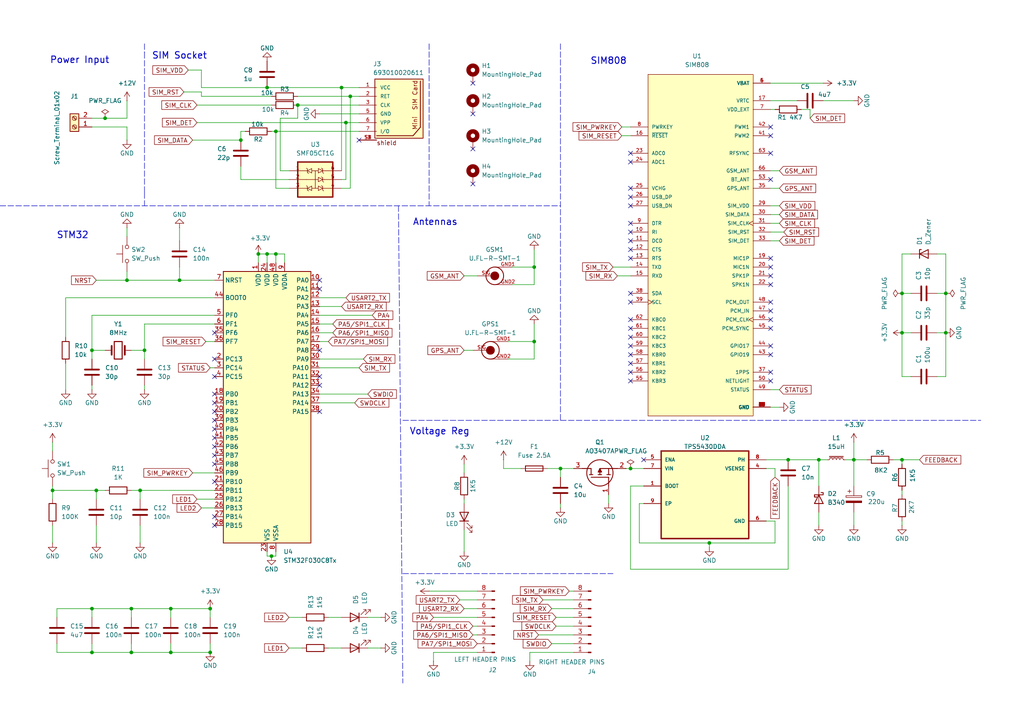
<source format=kicad_sch>
(kicad_sch (version 20250114) (generator "eeschema") (generator_version "9.0")
  (paper "A4")
  (title_block (title "STM32 GPS Tracker") (date "2025-05-08"))
  (lib_symbols
    (symbol "693010020611:693010020611" (pin_names (offset 1.016))
      (property "Reference" "J" (at 0 8.255 0))
      (symbol "693010020611_0_0"
        (text "shield" (at -7.62 -11.7 0) (effects (font (size 1.27 1.27)) (justify left bottom)))
        (text "Mini  SIM Card " (at 4.283 -7.212 900) (effects (font (size 1.27 1.27)) (justify left bottom)))
        (pin bidirectional line (at -12.7 5.08 0) (length 5.08) (name "VCC") (number "1"))
        (pin bidirectional line (at -12.7 2.54 0) (length 5.08) (name "RET") (number "2"))
        (pin bidirectional line (at -12.7 0 0) (length 5.08) (name "CLK") (number "3"))
        (pin bidirectional line (at -12.7 -2.54 0) (length 5.08) (name "GND") (number "5"))
        (pin bidirectional line (at -12.7 -5.08 0) (length 5.08) (name "VPP") (number "6"))
        (pin bidirectional line (at -12.7 -7.62 0) (length 5.08) (name "I/O") (number "7"))
        (pin bidirectional line (at -12.7 -10.16 0) (length 5.08) (name "~") (number "S1"))
        (pin bidirectional line (at -12.7 -10.16 0) (length 5.08) (name "~") (number "S2"))
        (pin bidirectional line (at -12.7 -10.16 0) (length 5.08) (name "~") (number "S3"))
        (pin bidirectional line (at -12.7 -10.16 0) (length 5.08) (name "~") (number "S4"))
      )
    )
    (symbol "AO3407A:AO3407A" (pin_names (hide yes))
      (property "Reference" "Q" (at 11.43 3.81 0))
      (property "Value" "AO3407A" (at 11.43 1.27 0))
      (symbol "AO3407A_1_1"
        (pin passive line (at 0 0 0) (length 2.54) (name "G") (number "1"))
        (pin passive line (at 7.62 10.16 270) (length 2.54) (name "D") (number "3"))
        (pin passive line (at 7.62 -5.08 90) (length 2.54) (name "S") (number "2"))
      )
    )
    (symbol "Connector:Conn_01x08_Pin" (pin_names (offset 1.016) (hide yes))
      (property "Reference" "J" (at 0 10.16 0))
      (property "Value" "Conn_01x08_Pin" (at 0 -12.7 0))
      (symbol "Conn_01x08_Pin_1_1"
        (pin passive line (at 5.08 7.62 180) (length 3.81) (name "Pin_1") (number "1"))
        (pin passive line (at 5.08 5.08 180) (length 3.81) (name "Pin_2") (number "2"))
        (pin passive line (at 5.08 2.54 180) (length 3.81) (name "Pin_3") (number "3"))
        (pin passive line (at 5.08 0 180) (length 3.81) (name "Pin_4") (number "4"))
        (pin passive line (at 5.08 -2.54 180) (length 3.81) (name "Pin_5") (number "5"))
        (pin passive line (at 5.08 -5.08 180) (length 3.81) (name "Pin_6") (number "6"))
        (pin passive line (at 5.08 -7.62 180) (length 3.81) (name "Pin_7") (number "7"))
        (pin passive line (at 5.08 -10.16 180) (length 3.81) (name "Pin_8") (number "8"))
      )
    )
    (symbol "Connector:Screw_Terminal_01x02" (pin_names (offset 1.016) (hide yes))
      (property "Reference" "J" (at 0 2.54 0))
      (property "Value" "Screw_Terminal_01x02" (at 0 -5.08 0))
      (symbol "Screw_Terminal_01x02_1_1"
        (pin passive line (at -5.08 0 0) (length 3.81) (name "Pin_1") (number "1"))
        (pin passive line (at -5.08 -2.54 0) (length 3.81) (name "Pin_2") (number "2"))
      )
    )
    (symbol "Device:C" (pin_numbers (hide yes)) (pin_names (offset 0.254))
      (property "Reference" "C" (at 0.635 2.54 0))
      (property "Value" "C" (at 0.635 -2.54 0))
      (symbol "C_1_1"
        (pin passive line (at 0 3.81 270) (length 2.794) (name "~") (number "1"))
        (pin passive line (at 0 -3.81 90) (length 2.794) (name "~") (number "2"))
      )
    )
    (symbol "Device:C_Polarized" (pin_numbers (hide yes)) (pin_names (offset 0.254))
      (property "Reference" "C" (at 0.635 2.54 0))
      (property "Value" "C_Polarized" (at 0.635 -2.54 0))
      (symbol "C_Polarized_1_1"
        (pin passive line (at 0 3.81 270) (length 2.794) (name "~") (number "1"))
        (pin passive line (at 0 -3.81 90) (length 2.794) (name "~") (number "2"))
      )
    )
    (symbol "Device:Crystal" (pin_numbers (hide yes)) (pin_names (offset 1.016) (hide yes))
      (property "Reference" "Y" (at 0 3.81 0))
      (property "Value" "Crystal" (at 0 -3.81 0))
      (symbol "Crystal_1_1"
        (pin passive line (at -3.81 0 0) (length 1.27) (name "1") (number "1"))
        (pin passive line (at 3.81 0 180) (length 1.27) (name "2") (number "2"))
      )
    )
    (symbol "Device:D_Zener" (pin_numbers (hide yes)) (pin_names (offset 1.016) (hide yes))
      (property "Reference" "D" (at 0 2.54 0))
      (property "Value" "D_Zener" (at 0 -2.54 0))
      (symbol "D_Zener_1_1"
        (pin passive line (at -3.81 0 0) (length 2.54) (name "K") (number "1"))
        (pin passive line (at 3.81 0 180) (length 2.54) (name "A") (number "2"))
      )
    )
    (symbol "Device:Fuse" (pin_numbers (hide yes)) (pin_names (offset 0))
      (property "Reference" "F" (at 2.032 0 90))
      (property "Value" "Fuse" (at -1.905 0 90))
      (symbol "Fuse_1_1"
        (pin passive line (at 0 3.81 270) (length 1.27) (name "~") (number "1"))
        (pin passive line (at 0 -3.81 90) (length 1.27) (name "~") (number "2"))
      )
    )
    (symbol "Device:LED" (pin_numbers (hide yes)) (pin_names (offset 1.016) (hide yes))
      (property "Reference" "D" (at 0 2.54 0))
      (property "Value" "LED" (at 0 -2.54 0))
      (symbol "LED_1_1"
        (pin passive line (at -3.81 0 0) (length 2.54) (name "K") (number "1"))
        (pin passive line (at 3.81 0 180) (length 2.54) (name "A") (number "2"))
      )
    )
    (symbol "Device:L_Iron_Small" (pin_numbers (hide yes)) (pin_names (offset 0.254) (hide yes))
      (property "Reference" "L" (at 1.27 1.016 0))
      (property "Value" "L_Iron_Small" (at 1.27 -1.27 0))
      (symbol "L_Iron_Small_1_1"
        (pin passive line (at 0 2.54 270) (length 0.508) (name "~") (number "1"))
        (pin passive line (at 0 -2.54 90) (length 0.508) (name "~") (number "2"))
      )
    )
    (symbol "Device:R" (pin_numbers (hide yes)) (pin_names (offset 0))
      (property "Reference" "R" (at 2.032 0 90))
      (property "Value" "R" (at 0 0 90))
      (symbol "R_1_1"
        (pin passive line (at 0 3.81 270) (length 1.27) (name "~") (number "1"))
        (pin passive line (at 0 -3.81 90) (length 1.27) (name "~") (number "2"))
      )
    )
    (symbol "Diode:B340" (pin_numbers (hide yes)) (pin_names (offset 1.016) (hide yes))
      (property "Reference" "D" (at 0 2.54 0))
      (property "Value" "B340" (at 0 -2.54 0))
      (symbol "B340_1_1"
        (pin passive line (at -3.81 0 0) (length 2.54) (name "K") (number "1"))
        (pin passive line (at 3.81 0 180) (length 2.54) (name "A") (number "2"))
      )
    )
    (symbol "MCU_ST_STM32F0:STM32F030C8Tx"
      (property "Reference" "U" (at -12.7 41.91 0))
      (property "Value" "STM32F030C8Tx" (at 7.62 41.91 0))
      (symbol "STM32F030C8Tx_1_1"
        (pin input line (at -15.24 38.1 0) (length 2.54) (name "NRST") (number "7"))
        (pin input line (at -15.24 33.02 0) (length 2.54) (name "BOOT0") (number "44"))
        (pin bidirectional line (at -15.24 27.94 0) (length 2.54) (name "PF0") (number "5"))
        (pin bidirectional line (at -15.24 25.4 0) (length 2.54) (name "PF1") (number "6"))
        (pin bidirectional line (at -15.24 22.86 0) (length 2.54) (name "PF6") (number "35"))
        (pin bidirectional line (at -15.24 20.32 0) (length 2.54) (name "PF7") (number "36"))
        (pin bidirectional line (at -15.24 15.24 0) (length 2.54) (name "PC13") (number "2"))
        (pin bidirectional line (at -15.24 12.7 0) (length 2.54) (name "PC14") (number "3"))
        (pin bidirectional line (at -15.24 10.16 0) (length 2.54) (name "PC15") (number "4"))
        (pin bidirectional line (at -15.24 5.08 0) (length 2.54) (name "PB0") (number "18"))
        (pin bidirectional line (at -15.24 2.54 0) (length 2.54) (name "PB1") (number "19"))
        (pin bidirectional line (at -15.24 0 0) (length 2.54) (name "PB2") (number "20"))
        (pin bidirectional line (at -15.24 -2.54 0) (length 2.54) (name "PB3") (number "39"))
        (pin bidirectional line (at -15.24 -5.08 0) (length 2.54) (name "PB4") (number "40"))
        (pin bidirectional line (at -15.24 -7.62 0) (length 2.54) (name "PB5") (number "41"))
        (pin bidirectional line (at -15.24 -10.16 0) (length 2.54) (name "PB6") (number "42"))
        (pin bidirectional line (at -15.24 -12.7 0) (length 2.54) (name "PB7") (number "43"))
        (pin bidirectional line (at -15.24 -15.24 0) (length 2.54) (name "PB8") (number "45"))
        (pin bidirectional line (at -15.24 -17.78 0) (length 2.54) (name "PB9") (number "46"))
        (pin bidirectional line (at -15.24 -20.32 0) (length 2.54) (name "PB10") (number "21"))
        (pin bidirectional line (at -15.24 -22.86 0) (length 2.54) (name "PB11") (number "22"))
        (pin bidirectional line (at -15.24 -25.4 0) (length 2.54) (name "PB12") (number "25"))
        (pin bidirectional line (at -15.24 -27.94 0) (length 2.54) (name "PB13") (number "26"))
        (pin bidirectional line (at -15.24 -30.48 0) (length 2.54) (name "PB14") (number "27"))
        (pin bidirectional line (at -15.24 -33.02 0) (length 2.54) (name "PB15") (number "28"))
        (pin power_in line (at -2.54 43.18 270) (length 2.54) (name "VDD") (number "1"))
        (pin power_in line (at 0 43.18 270) (length 2.54) (name "VDD") (number "24"))
        (pin power_in line (at 0 -40.64 90) (length 2.54) (name "VSS") (number "23"))
        (pin passive line (at 0 -40.64 90) (length 2.54) (hide yes) (name "VSS") (number "47"))
        (pin power_in line (at 2.54 43.18 270) (length 2.54) (name "VDD") (number "48"))
        (pin power_in line (at 2.54 -40.64 90) (length 2.54) (name "VSSA") (number "8"))
        (pin power_in line (at 5.08 43.18 270) (length 2.54) (name "VDDA") (number "9"))
        (pin bidirectional line (at 15.24 38.1 180) (length 2.54) (name "PA0") (number "10"))
        (pin bidirectional line (at 15.24 35.56 180) (length 2.54) (name "PA1") (number "11"))
        (pin bidirectional line (at 15.24 33.02 180) (length 2.54) (name "PA2") (number "12"))
        (pin bidirectional line (at 15.24 30.48 180) (length 2.54) (name "PA3") (number "13"))
        (pin bidirectional line (at 15.24 27.94 180) (length 2.54) (name "PA4") (number "14"))
        (pin bidirectional line (at 15.24 25.4 180) (length 2.54) (name "PA5") (number "15"))
        (pin bidirectional line (at 15.24 22.86 180) (length 2.54) (name "PA6") (number "16"))
        (pin bidirectional line (at 15.24 20.32 180) (length 2.54) (name "PA7") (number "17"))
        (pin bidirectional line (at 15.24 17.78 180) (length 2.54) (name "PA8") (number "29"))
        (pin bidirectional line (at 15.24 15.24 180) (length 2.54) (name "PA9") (number "30"))
        (pin bidirectional line (at 15.24 12.7 180) (length 2.54) (name "PA10") (number "31"))
        (pin bidirectional line (at 15.24 10.16 180) (length 2.54) (name "PA11") (number "32"))
        (pin bidirectional line (at 15.24 7.62 180) (length 2.54) (name "PA12") (number "33"))
        (pin bidirectional line (at 15.24 5.08 180) (length 2.54) (name "PA13") (number "34"))
        (pin bidirectional line (at 15.24 2.54 180) (length 2.54) (name "PA14") (number "37"))
        (pin bidirectional line (at 15.24 0 180) (length 2.54) (name "PA15") (number "38"))
      )
    )
    (symbol "Mechanical:MountingHole_Pad" (pin_numbers (hide yes)) (pin_names (offset 1.016) (hide yes)) (exclude_from_sim yes) (in_bom no)
      (property "Reference" "H" (at 0 6.35 0))
      (property "Value" "MountingHole_Pad" (at 0 4.445 0))
      (symbol "MountingHole_Pad_1_1"
        (pin input line (at 0 -2.54 90) (length 2.54) (name "1") (number "1"))
      )
    )
    (symbol "SIM808:SIM808" (pin_names (offset 1.016))
      (property "Reference" "U" (at -15.24 49.022 0))
      (property "Value" "SIM808" (at -15.24 -53.34 0))
      (symbol "SIM808_0_0"
        (pin input line (at -20.32 33.02 0) (length 5.08) (name "PWRKEY") (number "8"))
        (pin input line (at -20.32 30.48 0) (length 5.08) (name "~{RESET}") (number "16"))
        (pin input line (at -20.32 25.4 0) (length 5.08) (name "ADC0") (number "23"))
        (pin input line (at -20.32 22.86 0) (length 5.08) (name "ADC1") (number "24"))
        (pin input line (at -20.32 15.24 0) (length 5.08) (name "VCHG") (number "25"))
        (pin bidirectional line (at -20.32 12.7 0) (length 5.08) (name "USB_DP") (number "26"))
        (pin bidirectional line (at -20.32 10.16 0) (length 5.08) (name "USB_DN") (number "27"))
        (pin input line (at -20.32 5.08 0) (length 5.08) (name "DTR") (number "9"))
        (pin output line (at -20.32 2.54 0) (length 5.08) (name "RI") (number "10"))
        (pin output line (at -20.32 0 0) (length 5.08) (name "DCD") (number "11"))
        (pin output line (at -20.32 -2.54 0) (length 5.08) (name "CTS") (number "12"))
        (pin input line (at -20.32 -5.08 0) (length 5.08) (name "RTS") (number "13"))
        (pin output line (at -20.32 -7.62 0) (length 5.08) (name "TXD") (number "14"))
        (pin input line (at -20.32 -10.16 0) (length 5.08) (name "RXD") (number "15"))
        (pin bidirectional line (at -20.32 -15.24 0) (length 5.08) (name "SDA") (number "38"))
        (pin input clock (at -20.32 -17.78 0) (length 5.08) (name "SCL") (number "39"))
        (pin input line (at -20.32 -22.86 0) (length 5.08) (name "KBC0") (number "62"))
        (pin input line (at -20.32 -25.4 0) (length 5.08) (name "KBC1") (number "61"))
        (pin input line (at -20.32 -27.94 0) (length 5.08) (name "KBC2") (number "60"))
        (pin input line (at -20.32 -30.48 0) (length 5.08) (name "KBC3") (number "59"))
        (pin output line (at -20.32 -33.02 0) (length 5.08) (name "KBR0") (number "58"))
        (pin output line (at -20.32 -35.56 0) (length 5.08) (name "KBR1") (number "57"))
        (pin output line (at -20.32 -38.1 0) (length 5.08) (name "KBR2") (number "56"))
        (pin output line (at -20.32 -40.64 0) (length 5.08) (name "KBR3") (number "55"))
        (pin power_in line (at 20.32 45.72 180) (length 5.08) (name "VBAT") (number "4"))
        (pin power_in line (at 20.32 45.72 180) (length 5.08) (name "VBAT") (number "5"))
        (pin power_in line (at 20.32 45.72 180) (length 5.08) (name "VBAT") (number "6"))
        (pin bidirectional line (at 20.32 40.64 180) (length 5.08) (name "VRTC") (number "17"))
        (pin output line (at 20.32 38.1 180) (length 5.08) (name "VDD_EXT") (number "7"))
        (pin output line (at 20.32 33.02 180) (length 5.08) (name "PWM1") (number "42"))
        (pin output line (at 20.32 30.48 180) (length 5.08) (name "PWM2") (number "41"))
        (pin output line (at 20.32 25.4 180) (length 5.08) (name "RFSYNC") (number "63"))
        (pin bidirectional line (at 20.32 20.32 180) (length 5.08) (name "GSM_ANT") (number "66"))
        (pin bidirectional line (at 20.32 17.78 180) (length 5.08) (name "BT_ANT") (number "53"))
        (pin input line (at 20.32 15.24 180) (length 5.08) (name "GPS_ANT") (number "35"))
        (pin output line (at 20.32 10.16 180) (length 5.08) (name "SIM_VDD") (number "29"))
        (pin bidirectional line (at 20.32 7.62 180) (length 5.08) (name "SIM_DATA") (number "30"))
        (pin output clock (at 20.32 5.08 180) (length 5.08) (name "SIM_CLK") (number "31"))
        (pin output line (at 20.32 2.54 180) (length 5.08) (name "SIM_RST") (number "32"))
        (pin input line (at 20.32 0 180) (length 5.08) (name "SIM_DET") (number "33"))
        (pin input line (at 20.32 -5.08 180) (length 5.08) (name "MIC1P") (number "19"))
        (pin input line (at 20.32 -7.62 180) (length 5.08) (name "MIC1N") (number "20"))
        (pin output line (at 20.32 -10.16 180) (length 5.08) (name "SPK1P") (number "21"))
        (pin output line (at 20.32 -12.7 180) (length 5.08) (name "SPK1N") (number "22"))
        (pin output line (at 20.32 -17.78 180) (length 5.08) (name "PCM_OUT") (number "48"))
        (pin input line (at 20.32 -20.32 180) (length 5.08) (name "PCM_IN") (number "47"))
        (pin input clock (at 20.32 -22.86 180) (length 5.08) (name "PCM_CLK") (number "46"))
        (pin output line (at 20.32 -25.4 180) (length 5.08) (name "PCM_SYNC") (number "45"))
        (pin bidirectional line (at 20.32 -30.48 180) (length 5.08) (name "GPIO17") (number "44"))
        (pin bidirectional line (at 20.32 -33.02 180) (length 5.08) (name "GPIO19") (number "43"))
        (pin output line (at 20.32 -38.1 180) (length 5.08) (name "1PPS") (number "37"))
        (pin output line (at 20.32 -40.64 180) (length 5.08) (name "NETLIGHT") (number "50"))
        (pin output line (at 20.32 -43.18 180) (length 5.08) (name "STATUS") (number "49"))
        (pin power_in line (at 20.32 -48.26 180) (length 5.08) (name "GND") (number "1"))
        (pin power_in line (at 20.32 -48.26 180) (length 5.08) (name "GND") (number "18"))
        (pin power_in line (at 20.32 -48.26 180) (length 5.08) (name "GND") (number "2"))
        (pin power_in line (at 20.32 -48.26 180) (length 5.08) (name "GND") (number "28"))
        (pin power_in line (at 20.32 -48.26 180) (length 5.08) (name "GND") (number "3"))
        (pin power_in line (at 20.32 -48.26 180) (length 5.08) (name "GND") (number "34"))
        (pin power_in line (at 20.32 -48.26 180) (length 5.08) (name "GND") (number "36"))
        (pin power_in line (at 20.32 -48.26 180) (length 5.08) (name "GND") (number "40"))
        (pin power_in line (at 20.32 -48.26 180) (length 5.08) (name "GND") (number "51"))
        (pin power_in line (at 20.32 -48.26 180) (length 5.08) (name "GND") (number "52"))
        (pin power_in line (at 20.32 -48.26 180) (length 5.08) (name "GND") (number "54"))
        (pin power_in line (at 20.32 -48.26 180) (length 5.08) (name "GND") (number "64"))
        (pin power_in line (at 20.32 -48.26 180) (length 5.08) (name "GND") (number "65"))
        (pin power_in line (at 20.32 -48.26 180) (length 5.08) (name "GND") (number "67"))
        (pin power_in line (at 20.32 -48.26 180) (length 5.08) (name "GND") (number "68"))
      )
    )
    (symbol "SMF05CT1G:SMF05CT1G" (pin_names (offset 1.016))
      (property "Reference" "U" (at -5.1114 6.0907 0))
      (property "Value" "SMF05CT1G" (at -5.1118 -9.0963 0))
      (symbol "SMF05CT1G_0_0"
        (pin passive line (at -7.62 2.54 0) (length 5.08) (name "~") (number "1"))
        (pin passive line (at -7.62 0 0) (length 5.08) (name "~") (number "2"))
        (pin passive line (at -7.62 -2.54 0) (length 5.08) (name "~") (number "3"))
        (pin passive line (at 7.62 2.54 180) (length 5.08) (name "~") (number "6"))
        (pin passive line (at 7.62 0 180) (length 5.08) (name "~") (number "5"))
        (pin passive line (at 7.62 -2.54 180) (length 5.08) (name "~") (number "4"))
      )
    )
    (symbol "Switch:SW_Push" (pin_numbers (hide yes)) (pin_names (offset 1.016) (hide yes))
      (property "Reference" "SW" (at 1.27 2.54 0))
      (property "Value" "SW_Push" (at 0 -1.524 0))
      (symbol "SW_Push_0_1"
        (pin passive line (at -5.08 0 0) (length 2.54) (name "1") (number "1"))
        (pin passive line (at 5.08 0 180) (length 2.54) (name "2") (number "2"))
      )
    )
    (symbol "TPS5430DDA:TPS5430DDA" (pin_names (offset 1.016))
      (property "Reference" "U" (at -12.7 13.7 0))
      (property "Value" "TPS5430DDA" (at -12.7 -16.7 0))
      (symbol "TPS5430DDA_0_0"
        (pin input line (at -17.78 10.16 0) (length 5.08) (name "ENA") (number "5"))
        (pin input line (at -17.78 7.62 0) (length 5.08) (name "VIN") (number "7"))
        (pin bidirectional line (at -17.78 2.54 0) (length 5.08) (name "BOOT") (number "1"))
        (pin bidirectional line (at -17.78 -2.54 0) (length 5.08) (name "EP") (number "9"))
        (pin output line (at 17.78 10.16 180) (length 5.08) (name "PH") (number "8"))
        (pin output line (at 17.78 7.62 180) (length 5.08) (name "VSENSE") (number "4"))
        (pin power_in line (at 17.78 -7.62 180) (length 5.08) (name "GND") (number "6"))
      )
    )
    (symbol "U.FL-R-SMT-1:U.FL-R-SMT-1" (pin_names (offset 1.016))
      (property "Reference" "ANT" (at -2.54 5.08 0))
      (property "Value" "U.FL-R-SMT-1" (at -2.54 -6.096 0))
      (symbol "U.FL-R-SMT-1_0_0"
        (pin bidirectional line (at -5.08 0 0) (length 5.08) (name "~") (number "SIG"))
        (pin bidirectional line (at 5.08 2.54 180) (length 2.54) (name "~") (number "GND1"))
        (pin bidirectional line (at 5.08 -2.54 180) (length 2.54) (name "~") (number "GND2"))
      )
    )
    (symbol "power:+12V" (power) (pin_numbers (hide yes)) (pin_names (offset 0) (hide yes))
      (property "Value" "+12V" (at 0 3.556 0))
      (symbol "+12V_1_1"
        (pin power_in line (at 0 0 90) (length 0) (name "~") (number "1"))
      )
    )
    (symbol "power:+3.3V" (power) (pin_numbers (hide yes)) (pin_names (offset 0) (hide yes))
      (property "Value" "+3.3V" (at 0 3.556 0))
      (symbol "+3.3V_1_1"
        (pin power_in line (at 0 0 90) (length 0) (name "~") (number "1"))
      )
    )
    (symbol "power:GND" (power) (pin_numbers (hide yes)) (pin_names (offset 0) (hide yes))
      (property "Value" "GND" (at 0 -3.81 0))
      (symbol "GND_1_1"
        (pin power_in line (at 0 0 270) (length 0) (name "~") (number "1"))
      )
    )
    (symbol "power:PWR_FLAG" (power) (pin_numbers (hide yes)) (pin_names (offset 0) (hide yes))
      (property "Value" "PWR_FLAG" (at 0 3.81 0))
      (symbol "PWR_FLAG_0_0"
        (pin power_out line (at 0 0 90) (length 0) (name "~") (number "1"))
      )
    )
  )
  (text "SIM Socket" (at 52.07 16.256 0) (effects (font (size 1.905 1.905) (thickness 0.254) (bold yes))))
  (text "SIM808" (at 176.53 17.78 0) (effects (font (size 1.905 1.905) (thickness 0.254) (bold yes))))
  (text "Power Input" (at 23.114 17.526 0) (effects (font (size 1.905 1.905) (thickness 0.254) (bold yes))))
  (text "Antennas" (at 126.238 64.516 0) (effects (font (size 1.905 1.905) (thickness 0.254) (bold yes))))
  (text "STM32" (at 21.082 68.326 0) (effects (font (size 1.905 1.905) (thickness 0.254) (bold yes))))
  (text "Voltage Reg" (at 127.508 125.222 0) (effects (font (size 1.905 1.905) (thickness 0.254) (bold yes))))
  (junction (at 154.94 99.06))
  (junction (at 26.67 101.6))
  (junction (at 162.56 135.89))
  (junction (at 228.6 133.35))
  (junction (at 26.67 176.53))
  (junction (at 261.62 85.09))
  (junction (at 30.48 34.29))
  (junction (at 69.85 40.64))
  (junction (at 49.53 176.53))
  (junction (at 261.62 133.35))
  (junction (at 15.24 142.24))
  (junction (at 80.01 38.1))
  (junction (at 205.74 157.48))
  (junction (at 237.49 133.35))
  (junction (at 27.94 142.24))
  (junction (at 26.67 189.23))
  (junction (at 247.65 133.35))
  (junction (at 86.36 30.48))
  (junction (at 38.1 176.53))
  (junction (at 74.93 73.66))
  (junction (at 182.88 135.89))
  (junction (at 49.53 189.23))
  (junction (at 100.33 35.56))
  (junction (at 101.6 27.94))
  (junction (at 274.32 96.52))
  (junction (at 154.94 77.47))
  (junction (at 78.74 161.29))
  (junction (at 99.06 25.4))
  (junction (at 261.62 96.52))
  (junction (at 40.64 142.24))
  (junction (at 274.32 85.09))
  (junction (at 38.1 189.23))
  (junction (at 80.01 73.66))
  (junction (at 77.47 73.66))
  (junction (at 52.07 81.28))
  (junction (at 60.96 189.23))
  (junction (at 60.96 176.53))
  (junction (at 77.47 25.4))
  (junction (at 41.91 101.6))
  (junction (at 36.83 81.28))
  (no_connect (at 62.23 116.84))
  (no_connect (at 182.88 46.99))
  (no_connect (at 92.71 109.22))
  (no_connect (at 182.88 59.69))
  (no_connect (at 182.88 87.63))
  (no_connect (at 62.23 96.52))
  (no_connect (at 223.52 80.01))
  (no_connect (at 223.52 92.71))
  (no_connect (at 62.23 121.92))
  (no_connect (at 223.52 100.33))
  (no_connect (at 182.88 105.41))
  (no_connect (at 186.69 133.35))
  (no_connect (at 182.88 44.45))
  (no_connect (at 182.88 100.33))
  (no_connect (at 182.88 54.61))
  (no_connect (at 62.23 149.86))
  (no_connect (at 182.88 74.93))
  (no_connect (at 62.23 139.7))
  (no_connect (at 182.88 69.85))
  (no_connect (at 182.88 64.77))
  (no_connect (at 62.23 114.3))
  (no_connect (at 223.52 102.87))
  (no_connect (at 182.88 95.25))
  (no_connect (at 92.71 111.76))
  (no_connect (at 223.52 82.55))
  (no_connect (at 182.88 97.79))
  (no_connect (at 182.88 107.95))
  (no_connect (at 223.52 77.47))
  (no_connect (at 182.88 92.71))
  (no_connect (at 182.88 67.31))
  (no_connect (at 62.23 127))
  (no_connect (at 92.71 101.6))
  (no_connect (at 223.52 95.25))
  (no_connect (at 223.52 87.63))
  (no_connect (at 137.16 24.13))
  (no_connect (at 223.52 110.49))
  (no_connect (at 92.71 119.38))
  (no_connect (at 182.88 85.09))
  (no_connect (at 223.52 36.83))
  (no_connect (at 182.88 72.39))
  (no_connect (at 62.23 124.46))
  (no_connect (at 137.16 33.02))
  (no_connect (at 62.23 134.62))
  (no_connect (at 182.88 110.49))
  (no_connect (at 182.88 57.15))
  (no_connect (at 223.52 52.07))
  (no_connect (at 223.52 107.95))
  (no_connect (at 137.16 43.18))
  (no_connect (at 62.23 119.38))
  (no_connect (at 92.71 83.82))
  (no_connect (at 62.23 104.14))
  (no_connect (at 62.23 132.08))
  (no_connect (at 223.52 44.45))
  (no_connect (at 137.16 53.34))
  (no_connect (at 223.52 90.17))
  (no_connect (at 182.88 102.87))
  (no_connect (at 223.52 39.37))
  (no_connect (at 104.14 40.64))
  (no_connect (at 223.52 74.93))
  (no_connect (at 92.71 81.28))
  (no_connect (at 62.23 129.54))
  (no_connect (at 62.23 152.4))
  (no_connect (at 62.23 109.22))
  (wire (pts (xy 261.62 85.09) (xy 261.62 73.66)))
  (wire (pts (xy 99.06 54.61) (xy 101.6 54.61)))
  (polyline (pts (xy 124.46 12.7) (xy 124.46 59.69)) (stroke (width 0) (type dash)))
  (polyline (pts (xy 116.84 166.37) (xy 177.8 166.37)) (stroke (width 0) (type dash)))
  (wire (pts (xy 60.96 106.68) (xy 62.23 106.68)))
  (wire (pts (xy 186.69 140.97) (xy 182.88 140.97)))
  (wire (pts (xy 102.87 116.84) (xy 92.71 116.84)))
  (polyline (pts (xy 115.57 59.69) (xy 116.84 198.12)) (stroke (width 0) (type dash)))
  (wire (pts (xy 16.51 189.23) (xy 26.67 189.23)))
  (wire (pts (xy 99.06 88.9) (xy 92.71 88.9)))
  (wire (pts (xy 247.65 133.35) (xy 245.11 133.35)))
  (wire (pts (xy 224.79 31.75) (xy 223.52 31.75)))
  (wire (pts (xy 86.36 34.29) (xy 86.36 30.48)))
  (wire (pts (xy 57.15 30.48) (xy 78.74 30.48)))
  (wire (pts (xy 157.48 173.99) (xy 166.37 173.99)))
  (wire (pts (xy 53.34 26.67) (xy 58.42 26.67)))
  (wire (pts (xy 134.62 80.01) (xy 138.43 80.01)))
  (wire (pts (xy 36.83 66.04) (xy 36.83 68.58)))
  (wire (pts (xy 38.1 186.69) (xy 38.1 189.23)))
  (wire (pts (xy 261.62 109.22) (xy 261.62 96.52)))
  (wire (pts (xy 223.52 29.21) (xy 231.14 29.21)))
  (wire (pts (xy 261.62 96.52) (xy 264.16 96.52)))
  (wire (pts (xy 261.62 133.35) (xy 261.62 134.62)))
  (wire (pts (xy 274.32 96.52) (xy 274.32 109.22)))
  (wire (pts (xy 125.73 189.23) (xy 125.73 191.77)))
  (wire (pts (xy 148.59 77.47) (xy 154.94 77.47)))
  (wire (pts (xy 133.35 173.99) (xy 138.43 173.99)))
  (wire (pts (xy 52.07 66.04) (xy 52.07 69.85)))
  (wire (pts (xy 26.67 176.53) (xy 26.67 179.07)))
  (wire (pts (xy 264.16 109.22) (xy 261.62 109.22)))
  (wire (pts (xy 100.33 35.56) (xy 100.33 52.07)))
  (wire (pts (xy 223.52 59.69) (xy 226.06 59.69)))
  (wire (pts (xy 62.23 86.36) (xy 19.05 86.36)))
  (wire (pts (xy 224.79 138.43) (xy 224.79 135.89)))
  (wire (pts (xy 27.94 152.4) (xy 27.94 157.48)))
  (wire (pts (xy 271.78 73.66) (xy 274.32 73.66)))
  (wire (pts (xy 247.65 152.4) (xy 247.65 148.59)))
  (wire (pts (xy 247.65 128.27) (xy 247.65 133.35)))
  (wire (pts (xy 176.53 143.51) (xy 176.53 146.05)))
  (wire (pts (xy 38.1 189.23) (xy 49.53 189.23)))
  (polyline (pts (xy 0 59.69) (xy 162.56 59.69)) (stroke (width 0) (type dash)))
  (polyline (pts (xy 41.91 55.88) (xy 41.91 59.69)) (stroke (width 0) (type dash)))
  (wire (pts (xy 49.53 176.53) (xy 49.53 179.07)))
  (wire (pts (xy 228.6 165.1) (xy 228.6 140.97)))
  (wire (pts (xy 41.91 93.98) (xy 41.91 101.6)))
  (wire (pts (xy 162.56 135.89) (xy 162.56 138.43)))
  (wire (pts (xy 26.67 176.53) (xy 38.1 176.53)))
  (wire (pts (xy 26.67 101.6) (xy 26.67 104.14)))
  (wire (pts (xy 36.83 78.74) (xy 36.83 81.28)))
  (wire (pts (xy 80.01 73.66) (xy 80.01 76.2)))
  (wire (pts (xy 147.32 104.14) (xy 154.94 104.14)))
  (wire (pts (xy 101.6 54.61) (xy 101.6 27.94)))
  (wire (pts (xy 106.68 114.3) (xy 92.71 114.3)))
  (wire (pts (xy 182.88 135.89) (xy 186.69 135.89)))
  (wire (pts (xy 138.43 189.23) (xy 125.73 189.23)))
  (wire (pts (xy 27.94 81.28) (xy 36.83 81.28)))
  (wire (pts (xy 153.67 189.23) (xy 166.37 189.23)))
  (wire (pts (xy 52.07 81.28) (xy 62.23 81.28)))
  (wire (pts (xy 26.67 91.44) (xy 26.67 101.6)))
  (wire (pts (xy 62.23 93.98) (xy 41.91 93.98)))
  (wire (pts (xy 181.61 135.89) (xy 182.88 135.89)))
  (wire (pts (xy 223.52 64.77) (xy 226.06 64.77)))
  (wire (pts (xy 182.88 165.1) (xy 228.6 165.1)))
  (wire (pts (xy 15.24 142.24) (xy 15.24 140.97)))
  (wire (pts (xy 83.82 187.96) (xy 87.63 187.96)))
  (wire (pts (xy 38.1 176.53) (xy 49.53 176.53)))
  (wire (pts (xy 36.83 29.21) (xy 36.83 34.29)))
  (wire (pts (xy 60.96 176.53) (xy 60.96 179.07)))
  (polyline (pts (xy 41.91 12.7) (xy 41.91 15.24)) (stroke (width 0) (type dash)))
  (wire (pts (xy 271.78 85.09) (xy 274.32 85.09)))
  (wire (pts (xy 124.46 171.45) (xy 138.43 171.45)))
  (wire (pts (xy 86.36 30.48) (xy 104.14 30.48)))
  (wire (pts (xy 69.85 38.1) (xy 71.12 38.1)))
  (wire (pts (xy 99.06 52.07) (xy 100.33 52.07)))
  (wire (pts (xy 259.08 133.35) (xy 261.62 133.35)))
  (wire (pts (xy 180.34 39.37) (xy 182.88 39.37)))
  (polyline (pts (xy 116.84 121.92) (xy 284.48 121.92)) (stroke (width 0) (type dash)))
  (wire (pts (xy 223.52 113.03) (xy 226.06 113.03)))
  (wire (pts (xy 226.06 49.53) (xy 223.52 49.53)))
  (wire (pts (xy 81.28 34.29) (xy 86.36 34.29)))
  (wire (pts (xy 162.56 146.05) (xy 162.56 147.32)))
  (wire (pts (xy 58.42 147.32) (xy 62.23 147.32)))
  (wire (pts (xy 101.6 27.94) (xy 104.14 27.94)))
  (wire (pts (xy 55.88 40.64) (xy 69.85 40.64)))
  (wire (pts (xy 27.94 142.24) (xy 27.94 144.78)))
  (wire (pts (xy 274.32 109.22) (xy 271.78 109.22)))
  (wire (pts (xy 185.42 146.05) (xy 186.69 146.05)))
  (wire (pts (xy 30.48 34.29) (xy 36.83 34.29)))
  (wire (pts (xy 185.42 146.05) (xy 185.42 157.48)))
  (wire (pts (xy 78.74 38.1) (xy 80.01 38.1)))
  (wire (pts (xy 137.16 184.15) (xy 138.43 184.15)))
  (wire (pts (xy 261.62 142.24) (xy 261.62 143.51)))
  (wire (pts (xy 49.53 189.23) (xy 60.96 189.23)))
  (wire (pts (xy 177.8 77.47) (xy 182.88 77.47)))
  (wire (pts (xy 83.82 49.53) (xy 81.28 49.53)))
  (wire (pts (xy 226.06 118.11) (xy 223.52 118.11)))
  (wire (pts (xy 52.07 77.47) (xy 52.07 81.28)))
  (wire (pts (xy 95.25 179.07) (xy 99.06 179.07)))
  (wire (pts (xy 38.1 176.53) (xy 38.1 179.07)))
  (wire (pts (xy 234.95 31.75) (xy 234.95 34.29)))
  (wire (pts (xy 80.01 161.29) (xy 78.74 161.29)))
  (wire (pts (xy 223.52 69.85) (xy 226.06 69.85)))
  (wire (pts (xy 160.02 176.53) (xy 166.37 176.53)))
  (wire (pts (xy 27.94 142.24) (xy 15.24 142.24)))
  (wire (pts (xy 107.95 91.44) (xy 92.71 91.44)))
  (wire (pts (xy 81.28 49.53) (xy 81.28 34.29)))
  (wire (pts (xy 58.42 25.4) (xy 77.47 25.4)))
  (wire (pts (xy 247.65 29.21) (xy 238.76 29.21)))
  (wire (pts (xy 228.6 133.35) (xy 237.49 133.35)))
  (wire (pts (xy 15.24 152.4) (xy 15.24 157.48)))
  (wire (pts (xy 274.32 85.09) (xy 274.32 96.52)))
  (wire (pts (xy 134.62 176.53) (xy 138.43 176.53)))
  (wire (pts (xy 15.24 128.27) (xy 15.24 130.81)))
  (wire (pts (xy 41.91 101.6) (xy 38.1 101.6)))
  (wire (pts (xy 105.41 104.14) (xy 92.71 104.14)))
  (wire (pts (xy 154.94 99.06) (xy 154.94 93.98)))
  (wire (pts (xy 16.51 179.07) (xy 16.51 176.53)))
  (wire (pts (xy 134.62 134.62) (xy 134.62 137.16)))
  (wire (pts (xy 57.15 144.78) (xy 62.23 144.78)))
  (wire (pts (xy 58.42 26.67) (xy 58.42 27.94)))
  (wire (pts (xy 224.79 157.48) (xy 224.79 151.13)))
  (wire (pts (xy 274.32 85.09) (xy 274.32 73.66)))
  (wire (pts (xy 271.78 96.52) (xy 274.32 96.52)))
  (wire (pts (xy 80.01 160.02) (xy 80.01 161.29)))
  (wire (pts (xy 237.49 148.59) (xy 237.49 152.4)))
  (wire (pts (xy 26.67 113.03) (xy 26.67 111.76)))
  (wire (pts (xy 237.49 133.35) (xy 240.03 133.35)))
  (wire (pts (xy 160.02 186.69) (xy 166.37 186.69)))
  (wire (pts (xy 161.29 181.61) (xy 166.37 181.61)))
  (wire (pts (xy 36.83 81.28) (xy 52.07 81.28)))
  (wire (pts (xy 83.82 179.07) (xy 87.63 179.07)))
  (wire (pts (xy 180.34 36.83) (xy 182.88 36.83)))
  (wire (pts (xy 165.1 171.45) (xy 166.37 171.45)))
  (wire (pts (xy 26.67 101.6) (xy 30.48 101.6)))
  (wire (pts (xy 224.79 151.13) (xy 222.25 151.13)))
  (wire (pts (xy 96.52 96.52) (xy 92.71 96.52)))
  (wire (pts (xy 60.96 189.23) (xy 60.96 186.69)))
  (wire (pts (xy 104.14 106.68) (xy 92.71 106.68)))
  (wire (pts (xy 55.88 137.16) (xy 62.23 137.16)))
  (wire (pts (xy 58.42 20.32) (xy 58.42 25.4)))
  (wire (pts (xy 95.25 99.06) (xy 92.71 99.06)))
  (wire (pts (xy 251.46 133.35) (xy 247.65 133.35)))
  (wire (pts (xy 77.47 73.66) (xy 77.47 76.2)))
  (wire (pts (xy 62.23 91.44) (xy 26.67 91.44)))
  (wire (pts (xy 222.25 133.35) (xy 228.6 133.35)))
  (polyline (pts (xy 162.56 12.7) (xy 162.56 121.92)) (stroke (width 0) (type dash)))
  (wire (pts (xy 77.47 73.66) (xy 74.93 73.66)))
  (wire (pts (xy 223.52 62.23) (xy 226.06 62.23)))
  (wire (pts (xy 261.62 85.09) (xy 264.16 85.09)))
  (wire (pts (xy 41.91 113.03) (xy 41.91 111.76)))
  (wire (pts (xy 154.94 72.39) (xy 154.94 77.47)))
  (wire (pts (xy 185.42 157.48) (xy 205.74 157.48)))
  (wire (pts (xy 99.06 25.4) (xy 104.14 25.4)))
  (wire (pts (xy 26.67 36.83) (xy 36.83 36.83)))
  (wire (pts (xy 106.68 179.07) (xy 110.49 179.07)))
  (wire (pts (xy 19.05 113.03) (xy 19.05 105.41)))
  (wire (pts (xy 16.51 176.53) (xy 26.67 176.53)))
  (wire (pts (xy 261.62 96.52) (xy 261.62 85.09)))
  (wire (pts (xy 78.74 161.29) (xy 77.47 161.29)))
  (wire (pts (xy 86.36 27.94) (xy 101.6 27.94)))
  (wire (pts (xy 40.64 142.24) (xy 40.64 144.78)))
  (wire (pts (xy 19.05 86.36) (xy 19.05 97.79)))
  (wire (pts (xy 100.33 35.56) (xy 104.14 35.56)))
  (wire (pts (xy 92.71 33.02) (xy 104.14 33.02)))
  (wire (pts (xy 69.85 52.07) (xy 69.85 48.26)))
  (wire (pts (xy 110.49 187.96) (xy 106.68 187.96)))
  (wire (pts (xy 162.56 135.89) (xy 166.37 135.89)))
  (wire (pts (xy 223.52 67.31) (xy 227.33 67.31)))
  (wire (pts (xy 264.16 73.66) (xy 261.62 73.66)))
  (wire (pts (xy 226.06 54.61) (xy 223.52 54.61)))
  (wire (pts (xy 158.75 135.89) (xy 162.56 135.89)))
  (wire (pts (xy 49.53 176.53) (xy 60.96 176.53)))
  (wire (pts (xy 40.64 142.24) (xy 62.23 142.24)))
  (wire (pts (xy 16.51 186.69) (xy 16.51 189.23)))
  (wire (pts (xy 41.91 104.14) (xy 41.91 101.6)))
  (wire (pts (xy 26.67 186.69) (xy 26.67 189.23)))
  (wire (pts (xy 148.59 82.55) (xy 154.94 82.55)))
  (wire (pts (xy 205.74 157.48) (xy 224.79 157.48)))
  (wire (pts (xy 153.67 191.77) (xy 153.67 189.23)))
  (wire (pts (xy 80.01 73.66) (xy 77.47 73.66)))
  (wire (pts (xy 261.62 152.4) (xy 261.62 151.13)))
  (wire (pts (xy 38.1 142.24) (xy 40.64 142.24)))
  (wire (pts (xy 40.64 152.4) (xy 40.64 157.48)))
  (polyline (pts (xy 41.91 15.24) (xy 41.91 55.88)) (stroke (width 0) (type dash)))
  (wire (pts (xy 237.49 133.35) (xy 237.49 140.97)))
  (wire (pts (xy 54.61 20.32) (xy 58.42 20.32)))
  (wire (pts (xy 223.52 24.13) (xy 238.76 24.13)))
  (wire (pts (xy 99.06 25.4) (xy 99.06 49.53)))
  (wire (pts (xy 30.48 142.24) (xy 27.94 142.24)))
  (wire (pts (xy 59.69 99.06) (xy 62.23 99.06)))
  (wire (pts (xy 82.55 73.66) (xy 80.01 73.66)))
  (wire (pts (xy 80.01 38.1) (xy 104.14 38.1)))
  (wire (pts (xy 151.13 135.89) (xy 146.05 135.89)))
  (wire (pts (xy 77.47 161.29) (xy 77.47 160.02)))
  (wire (pts (xy 154.94 104.14) (xy 154.94 99.06)))
  (wire (pts (xy 161.29 179.07) (xy 166.37 179.07)))
  (wire (pts (xy 137.16 181.61) (xy 138.43 181.61)))
  (wire (pts (xy 134.62 153.67) (xy 134.62 160.02)))
  (wire (pts (xy 80.01 38.1) (xy 80.01 54.61)))
  (wire (pts (xy 205.74 157.48) (xy 205.74 158.75)))
  (wire (pts (xy 77.47 25.4) (xy 99.06 25.4)))
  (wire (pts (xy 74.93 73.66) (xy 74.93 76.2)))
  (wire (pts (xy 36.83 36.83) (xy 36.83 40.64)))
  (wire (pts (xy 69.85 38.1) (xy 69.85 40.64)))
  (wire (pts (xy 15.24 142.24) (xy 15.24 144.78)))
  (wire (pts (xy 224.79 135.89) (xy 222.25 135.89)))
  (wire (pts (xy 26.67 34.29) (xy 30.48 34.29)))
  (wire (pts (xy 82.55 76.2) (xy 82.55 73.66)))
  (wire (pts (xy 154.94 77.47) (xy 154.94 82.55)))
  (wire (pts (xy 179.07 80.01) (xy 182.88 80.01)))
  (wire (pts (xy 83.82 52.07) (xy 69.85 52.07)))
  (wire (pts (xy 134.62 144.78) (xy 134.62 146.05)))
  (wire (pts (xy 134.62 101.6) (xy 137.16 101.6)))
  (wire (pts (xy 58.42 27.94) (xy 78.74 27.94)))
  (wire (pts (xy 125.73 179.07) (xy 138.43 179.07)))
  (wire (pts (xy 147.32 99.06) (xy 154.94 99.06)))
  (wire (pts (xy 146.05 133.35) (xy 146.05 135.89)))
  (wire (pts (xy 95.25 187.96) (xy 99.06 187.96)))
  (wire (pts (xy 57.15 35.56) (xy 100.33 35.56)))
  (wire (pts (xy 232.41 31.75) (xy 234.95 31.75)))
  (wire (pts (xy 49.53 186.69) (xy 49.53 189.23)))
  (wire (pts (xy 100.33 86.36) (xy 92.71 86.36)))
  (wire (pts (xy 182.88 140.97) (xy 182.88 165.1)))
  (wire (pts (xy 26.67 189.23) (xy 38.1 189.23)))
  (wire (pts (xy 156.21 184.15) (xy 166.37 184.15)))
  (wire (pts (xy 247.65 140.97) (xy 247.65 133.35)))
  (wire (pts (xy 96.52 93.98) (xy 92.71 93.98)))
  (wire (pts (xy 83.82 54.61) (xy 80.01 54.61)))
  (wire (pts (xy 261.62 133.35) (xy 266.7 133.35)))
  (global_label "STATUS" (shape input) (at 60.96 106.68 180) (property "Intersheetrefs" "${INTERSHEET_REFS}" (effects (hide yes))))
  (global_label "SIM_RESET" (shape input) (at 59.69 99.06 180) (property "Intersheetrefs" "${INTERSHEET_REFS}" (effects (hide yes))))
  (global_label "GPS_ANT" (shape input) (at 226.06 54.61 0) (property "Intersheetrefs" "${INTERSHEET_REFS}" (effects (hide yes))))
  (global_label "SIM_DATA" (shape input) (at 55.88 40.64 180) (property "Intersheetrefs" "${INTERSHEET_REFS}" (effects (hide yes))))
  (global_label "SIM_TX" (shape input) (at 177.8 77.47 180) (property "Intersheetrefs" "${INTERSHEET_REFS}" (effects (hide yes))))
  (global_label "SIM_VDD" (shape input) (at 54.61 20.32 180) (property "Intersheetrefs" "${INTERSHEET_REFS}" (effects (hide yes))))
  (global_label "FEEDBACK" (shape input) (at 224.79 138.43 270) (property "Intersheetrefs" "${INTERSHEET_REFS}" (effects (hide yes))))
  (global_label "SWDIO" (shape input) (at 106.68 114.3 0) (property "Intersheetrefs" "${INTERSHEET_REFS}" (effects (hide yes))))
  (global_label "SIM_RST" (shape input) (at 227.33 67.31 0) (property "Intersheetrefs" "${INTERSHEET_REFS}" (effects (hide yes))))
  (global_label "SIM_DET" (shape input) (at 234.95 34.29 0) (property "Intersheetrefs" "${INTERSHEET_REFS}" (effects (hide yes))))
  (global_label "LED1" (shape input) (at 57.15 144.78 180) (property "Intersheetrefs" "${INTERSHEET_REFS}" (effects (hide yes))))
  (global_label "SIM_PWRKEY" (shape input) (at 180.34 36.83 180) (property "Intersheetrefs" "${INTERSHEET_REFS}" (effects (hide yes))))
  (global_label "SIM_CLK" (shape input) (at 226.06 64.77 0) (property "Intersheetrefs" "${INTERSHEET_REFS}" (effects (hide yes))))
  (global_label "NRST" (shape input) (at 27.94 81.28 180) (property "Intersheetrefs" "${INTERSHEET_REFS}" (effects (hide yes))))
  (global_label "GPS_ANT" (shape input) (at 134.62 101.6 180) (property "Intersheetrefs" "${INTERSHEET_REFS}" (effects (hide yes))))
  (global_label "SIM_RX" (shape input) (at 160.02 176.53 180) (property "Intersheetrefs" "${INTERSHEET_REFS}" (effects (hide yes))))
  (global_label "SIM_DET" (shape input) (at 226.06 69.85 0) (property "Intersheetrefs" "${INTERSHEET_REFS}" (effects (hide yes))))
  (global_label "PA4" (shape input) (at 125.73 179.07 180) (property "Intersheetrefs" "${INTERSHEET_REFS}" (effects (hide yes))))
  (global_label "PA7{slash}SPI1_MOSI" (shape input) (at 95.25 99.06 0) (property "Intersheetrefs" "${INTERSHEET_REFS}" (effects (hide yes))))
  (global_label "GSM_ANT" (shape input) (at 134.62 80.01 180) (property "Intersheetrefs" "${INTERSHEET_REFS}" (effects (hide yes))))
  (global_label "SWDCLK" (shape input) (at 102.87 116.84 0) (property "Intersheetrefs" "${INTERSHEET_REFS}" (effects (hide yes))))
  (global_label "SIM_RESET" (shape input) (at 161.29 179.07 180) (property "Intersheetrefs" "${INTERSHEET_REFS}" (effects (hide yes))))
  (global_label "PA4" (shape input) (at 107.95 91.44 0) (property "Intersheetrefs" "${INTERSHEET_REFS}" (effects (hide yes))))
  (global_label "LED1" (shape input) (at 83.82 187.96 180) (property "Intersheetrefs" "${INTERSHEET_REFS}" (effects (hide yes))))
  (global_label "SIM_PWRKEY" (shape input) (at 165.1 171.45 180) (property "Intersheetrefs" "${INTERSHEET_REFS}" (effects (hide yes))))
  (global_label "PA6{slash}SPI1_MISO" (shape input) (at 96.52 96.52 0) (property "Intersheetrefs" "${INTERSHEET_REFS}" (effects (hide yes))))
  (global_label "USART2_TX" (shape input) (at 100.33 86.36 0) (property "Intersheetrefs" "${INTERSHEET_REFS}" (effects (hide yes))))
  (global_label "SIM_CLK" (shape input) (at 57.15 30.48 180) (property "Intersheetrefs" "${INTERSHEET_REFS}" (effects (hide yes))))
  (global_label "GSM_ANT" (shape input) (at 226.06 49.53 0) (property "Intersheetrefs" "${INTERSHEET_REFS}" (effects (hide yes))))
  (global_label "SIM_VDD" (shape input) (at 226.06 59.69 0) (property "Intersheetrefs" "${INTERSHEET_REFS}" (effects (hide yes))))
  (global_label "PA5{slash}SPI1_CLK" (shape input) (at 137.16 181.61 180) (property "Intersheetrefs" "${INTERSHEET_REFS}" (effects (hide yes))))
  (global_label "SIM_RX" (shape input) (at 105.41 104.14 0) (property "Intersheetrefs" "${INTERSHEET_REFS}" (effects (hide yes))))
  (global_label "SIM_RESET" (shape input) (at 180.34 39.37 180) (property "Intersheetrefs" "${INTERSHEET_REFS}" (effects (hide yes))))
  (global_label "SWDIO" (shape input) (at 160.02 186.69 180) (property "Intersheetrefs" "${INTERSHEET_REFS}" (effects (hide yes))))
  (global_label "PA5{slash}SPI1_CLK" (shape input) (at 96.52 93.98 0) (property "Intersheetrefs" "${INTERSHEET_REFS}" (effects (hide yes))))
  (global_label "FEEDBACK" (shape input) (at 266.7 133.35 0) (property "Intersheetrefs" "${INTERSHEET_REFS}" (effects (hide yes))))
  (global_label "SIM_DATA" (shape input) (at 226.06 62.23 0) (property "Intersheetrefs" "${INTERSHEET_REFS}" (effects (hide yes))))
  (global_label "SIM_RX" (shape input) (at 179.07 80.01 180) (property "Intersheetrefs" "${INTERSHEET_REFS}" (effects (hide yes))))
  (global_label "STATUS" (shape input) (at 226.06 113.03 0) (property "Intersheetrefs" "${INTERSHEET_REFS}" (effects (hide yes))))
  (global_label "LED2" (shape input) (at 58.42 147.32 180) (property "Intersheetrefs" "${INTERSHEET_REFS}" (effects (hide yes))))
  (global_label "SWDCLK" (shape input) (at 161.29 181.61 180) (property "Intersheetrefs" "${INTERSHEET_REFS}" (effects (hide yes))))
  (global_label "USART2_RX" (shape input) (at 134.62 176.53 180) (property "Intersheetrefs" "${INTERSHEET_REFS}" (effects (hide yes))))
  (global_label "LED2" (shape input) (at 83.82 179.07 180) (property "Intersheetrefs" "${INTERSHEET_REFS}" (effects (hide yes))))
  (global_label "SIM_DET" (shape input) (at 57.15 35.56 180) (property "Intersheetrefs" "${INTERSHEET_REFS}" (effects (hide yes))))
  (global_label "NRST" (shape input) (at 156.21 184.15 180) (property "Intersheetrefs" "${INTERSHEET_REFS}" (effects (hide yes))))
  (global_label "SIM_PWRKEY" (shape input) (at 55.88 137.16 180) (property "Intersheetrefs" "${INTERSHEET_REFS}" (effects (hide yes))))
  (global_label "PA7{slash}SPI1_MOSI" (shape input) (at 138.43 186.69 180) (property "Intersheetrefs" "${INTERSHEET_REFS}" (effects (hide yes))))
  (global_label "SIM_RST" (shape input) (at 53.34 26.67 180) (property "Intersheetrefs" "${INTERSHEET_REFS}" (effects (hide yes))))
  (global_label "USART2_RX" (shape input) (at 99.06 88.9 0) (property "Intersheetrefs" "${INTERSHEET_REFS}" (effects (hide yes))))
  (global_label "SIM_TX" (shape input) (at 104.14 106.68 0) (property "Intersheetrefs" "${INTERSHEET_REFS}" (effects (hide yes))))
  (global_label "SIM_TX" (shape input) (at 157.48 173.99 180) (property "Intersheetrefs" "${INTERSHEET_REFS}" (effects (hide yes))))
  (global_label "USART2_TX" (shape input) (at 133.35 173.99 180) (property "Intersheetrefs" "${INTERSHEET_REFS}" (effects (hide yes))))
  (global_label "PA6{slash}SPI1_MISO" (shape input) (at 137.16 184.15 180) (property "Intersheetrefs" "${INTERSHEET_REFS}" (effects (hide yes))))
  (symbol (lib_id "U.FL-R-SMT-1:U.FL-R-SMT-1") (at 142.24 101.6 0) (unit 1)
    (property "Reference" "GPS1" (at 142.24 93.98 0))
    (property "Value" "U.FL-R-SMT-1" (at 142.24 96.52 0))
    (property "Footprint" "U.FL-R-SMT-1:U.FL-R-SMT-1" (effects (hide yes)))
    (property "MF" "Hirose Electric Co Ltd" (effects (hide yes)))
    (property "Description_1" "\nU.FL-R-SMT(10) Hirose Electric RF Connectors U.FL 0Hz to 6GHz 50Ohm Solder ST SMD F Gold T/R - Arrow.com\n" (effects (hide yes)))
    (property "Package" "None" (effects (hide yes)))
    (property "Price" "None" (effects (hide yes)))
    (property "SnapEDA_Link" "https://www.snapeda.com/parts/U.FL-R-SMT-1/Hirose+Electric+Co+Ltd/view-part/?ref=snap" (effects (hide yes)))
    (property "MP" "U.FL-R-SMT-1" (effects (hide yes)))
    (property "Purchase-URL" "https://www.snapeda.com/api/url_track_click_mouser/?unipart_id=5844606&manufacturer=Hirose Electric Co Ltd&part_name=U.FL-R-SMT-1&search_term=u.fl-r-smt(10)" (effects (hide yes)))
    (property "Availability" "In Stock" (effects (hide yes)))
    (property "Check_prices" "https://www.snapeda.com/parts/U.FL-R-SMT-1/Hirose+Electric+Co+Ltd/view-part/?ref=eda" (effects (hide yes)))
  )
  (symbol (lib_id "Device:R") (at 15.24 148.59 0) (unit 1)
    (property "Reference" "R9" (at 17.78 147.3199 0) (effects (justify left)))
    (property "Value" "100K" (at 17.78 149.8599 0) (effects (justify left)))
    (property "Footprint" "Resistor_SMD:R_0201_0603Metric" (effects (hide yes)))
    (property "Description" "Resistor" (effects (hide yes)))
  )
  (symbol (lib_id "Mechanical:MountingHole_Pad") (at 137.16 30.48 0) (unit 1) (exclude_from_sim yes) (in_bom no)
    (property "Reference" "H2" (at 139.7 27.9399 0) (effects (justify left)))
    (property "Value" "MountingHole_Pad" (at 139.7 30.4799 0) (effects (justify left)))
    (property "Footprint" "MountingHole:MountingHole_2.2mm_M2_Pad_Via" (effects (hide yes)))
    (property "Description" "Mounting Hole with connection" (effects (hide yes)))
  )
  (symbol (lib_id "Device:C") (at 49.53 182.88 0) (unit 1)
    (property "Reference" "C18" (at 53.34 181.6099 0) (effects (justify left)))
    (property "Value" "100n" (at 53.34 184.1499 0) (effects (justify left)))
    (property "Footprint" "Capacitor_SMD:C_0402_1005Metric" (effects (hide yes)))
    (property "Description" "Unpolarized capacitor" (effects (hide yes)))
  )
  (symbol (lib_id "Switch:SW_Push") (at 36.83 73.66 90) (unit 1)
    (property "Reference" "SW2" (at 38.1 72.3899 90) (effects (justify right)))
    (property "Value" "SW_Push" (at 38.1 74.9299 90) (effects (justify right)))
    (property "Footprint" "Button_Switch_SMD:SW_Push_1P1T_NO_CK_KSC6xxJ" (effects (hide yes)))
    (property "Description" "Push button switch, generic, two pins" (effects (hide yes)))
  )
  (symbol (lib_id "power:GND") (at 205.74 158.75 0) (unit 1)
    (property "Reference" "#PWR011" (effects (hide yes)))
    (property "Value" "GND" (at 205.74 162.56 0))
    (property "Description" "Power symbol creates a global label with name \"GND\" , ground" (effects (hide yes)))
  )
  (symbol (lib_id "power:GND") (at 247.65 152.4 0) (unit 1)
    (property "Reference" "#PWR019" (effects (hide yes)))
    (property "Value" "GND" (at 247.65 156.21 0))
    (property "Description" "Power symbol creates a global label with name \"GND\" , ground" (effects (hide yes)))
  )
  (symbol (lib_id "Device:Crystal") (at 34.29 101.6 0) (unit 1)
    (property "Reference" "Y1" (at 34.29 93.98 0))
    (property "Value" "8MHz" (at 34.29 96.52 0))
    (property "Footprint" "Crystal:Crystal_SMD_5032-2Pin_5.0x3.2mm" (effects (hide yes)))
    (property "Description" "Two pin crystal" (effects (hide yes)))
  )
  (symbol (lib_id "693010020611:693010020611") (at 116.84 30.48 0) (unit 1)
    (property "Reference" "J3" (at 108.204 18.542 0) (effects (justify left)))
    (property "Value" "693010020611" (at 108.204 21.082 0) (effects (justify left)))
    (property "Footprint" "693010020611:693010020611" (effects (hide yes)))
    (property "MF" "Wurth Elektronik" (effects (hide yes)))
    (property "Description_1" "CardConnector_SMT_MiniSIM_Header_6pins" (effects (hide yes)))
    (property "Package" "None" (effects (hide yes)))
    (property "Purchase-URL" "https://www.snapeda.com/api/url_track_click_mouser/?unipart_id=4871526&manufacturer=Wurth Elektronik&part_name=693010020611&search_term=sim conncetor" (effects (hide yes)))
    (property "MOUNT" "SMT" (effects (hide yes)))
    (property "IR" "0.5A" (effects (hide yes)))
    (property "VALUE" "693010020611" (effects (hide yes)))
    (property "Price" "None" (effects (hide yes)))
    (property "PART-NUMBER" "693010020611" (effects (hide yes)))
    (property "SnapEDA_Link" "https://www.snapeda.com/parts/693010020611/Wurth+Elektronik/view-part/?ref=snap" (effects (hide yes)))
    (property "DATASHEET-URL" "https://www.we-online.com/redexpert/spec/693010020611?ae" (effects (hide yes)))
    (property "MP" "693010020611" (effects (hide yes)))
    (property "WORKING-VOLTAGE" "50V(AC)" (effects (hide yes)))
    (property "PINS" "6" (effects (hide yes)))
    (property "Availability" "In Stock" (effects (hide yes)))
    (property "TYPE" "Header" (effects (hide yes)))
    (property "GERDER" "Socket" (effects (hide yes)))
    (property "Check_prices" "https://www.snapeda.com/parts/693010020611/Wurth+Elektronik/view-part/?ref=eda" (effects (hide yes)))
  )
  (symbol (lib_id "U.FL-R-SMT-1:U.FL-R-SMT-1") (at 143.51 80.01 0) (unit 1)
    (property "Reference" "GSM1" (at 143.51 72.39 0))
    (property "Value" "U.FL-R-SMT-1" (at 143.51 74.93 0))
    (property "Footprint" "U.FL-R-SMT-1:U.FL-R-SMT-1" (effects (hide yes)))
    (property "MF" "Hirose Electric Co Ltd" (effects (hide yes)))
    (property "Description_1" "\nU.FL-R-SMT(10) Hirose Electric RF Connectors U.FL 0Hz to 6GHz 50Ohm Solder ST SMD F Gold T/R - Arrow.com\n" (effects (hide yes)))
    (property "Package" "None" (effects (hide yes)))
    (property "Price" "None" (effects (hide yes)))
    (property "SnapEDA_Link" "https://www.snapeda.com/parts/U.FL-R-SMT-1/Hirose+Electric+Co+Ltd/view-part/?ref=snap" (effects (hide yes)))
    (property "MP" "U.FL-R-SMT-1" (effects (hide yes)))
    (property "Purchase-URL" "https://www.snapeda.com/api/url_track_click_mouser/?unipart_id=5844606&manufacturer=Hirose Electric Co Ltd&part_name=U.FL-R-SMT-1&search_term=u.fl-r-smt(10)" (effects (hide yes)))
    (property "Availability" "In Stock" (effects (hide yes)))
    (property "Check_prices" "https://www.snapeda.com/parts/U.FL-R-SMT-1/Hirose+Electric+Co+Ltd/view-part/?ref=eda" (effects (hide yes)))
  )
  (symbol (lib_id "power:GND") (at 19.05 113.03 0) (unit 1)
    (property "Reference" "#PWR027" (effects (hide yes)))
    (property "Value" "GND" (at 19.05 116.84 0))
    (property "Description" "Power symbol creates a global label with name \"GND\" , ground" (effects (hide yes)))
  )
  (symbol (lib_id "power:GND") (at 27.94 157.48 0) (unit 1)
    (property "Reference" "#PWR029" (effects (hide yes)))
    (property "Value" "GND" (at 27.94 161.29 0))
    (property "Description" "Power symbol creates a global label with name \"GND\" , ground" (effects (hide yes)))
  )
  (symbol (lib_id "power:GND") (at 60.96 189.23 0) (unit 1)
    (property "Reference" "#PWR038" (effects (hide yes)))
    (property "Value" "GND" (at 60.96 193.04 0))
    (property "Description" "Power symbol creates a global label with name \"GND\" , ground" (effects (hide yes)))
  )
  (symbol (lib_id "Device:R") (at 91.44 179.07 270) (unit 1)
    (property "Reference" "R13" (at 90.1699 176.53 0) (effects (justify right)))
    (property "Value" "1k5" (at 92.7099 176.53 0) (effects (justify right)))
    (property "Footprint" "Resistor_SMD:R_0805_2012Metric" (effects (hide yes)))
    (property "Description" "Resistor" (effects (hide yes)))
  )
  (symbol (lib_id "power:PWR_FLAG") (at 274.32 85.09 270) (unit 1)
    (property "Reference" "#FLG03" (effects (hide yes)))
    (property "Value" "PWR_FLAG" (at 279.4 85.09 0))
    (property "Description" "Special symbol for telling ERC where power comes from" (effects (hide yes)))
  )
  (symbol (lib_id "Device:R") (at 82.55 30.48 270) (unit 1)
    (property "Reference" "R4" (at 82.55 32.766 90))
    (property "Value" "10k" (at 77.724 31.75 90))
    (property "Footprint" "Resistor_SMD:R_0402_1005Metric" (effects (hide yes)))
    (property "Description" "Resistor" (effects (hide yes)))
  )
  (symbol (lib_id "Device:C") (at 267.97 109.22 90) (unit 1)
    (property "Reference" "C1" (at 266.446 105.41 0) (effects (justify left)))
    (property "Value" "100u" (at 268.986 105.41 0) (effects (justify left)))
    (property "Footprint" "Capacitor_SMD:C_1206_3216Metric" (effects (hide yes)))
    (property "Description" "Unpolarized capacitor" (effects (hide yes)))
  )
  (symbol (lib_id "Mechanical:MountingHole_Pad") (at 137.16 40.64 0) (unit 1) (exclude_from_sim yes) (in_bom no)
    (property "Reference" "H3" (at 139.7 38.0999 0) (effects (justify left)))
    (property "Value" "MountingHole_Pad" (at 139.7 40.6399 0) (effects (justify left)))
    (property "Footprint" "MountingHole:MountingHole_2.2mm_M2_Pad_Via" (effects (hide yes)))
    (property "Description" "Mounting Hole with connection" (effects (hide yes)))
  )
  (symbol (lib_id "Device:C") (at 26.67 107.95 0) (unit 1)
    (property "Reference" "C10" (at 30.48 106.6799 0) (effects (justify left)))
    (property "Value" "30p" (at 30.48 109.2199 0) (effects (justify left)))
    (property "Footprint" "Capacitor_SMD:C_0402_1005Metric" (effects (hide yes)))
    (property "Description" "Unpolarized capacitor" (effects (hide yes)))
  )
  (symbol (lib_id "power:GND") (at 237.49 152.4 0) (unit 1)
    (property "Reference" "#PWR015" (effects (hide yes)))
    (property "Value" "GND" (at 237.49 156.21 0))
    (property "Description" "Power symbol creates a global label with name \"GND\" , ground" (effects (hide yes)))
  )
  (symbol (lib_id "Device:C") (at 41.91 107.95 0) (unit 1)
    (property "Reference" "C13" (at 45.72 106.6799 0) (effects (justify left)))
    (property "Value" "30p" (at 45.72 109.2199 0) (effects (justify left)))
    (property "Footprint" "Capacitor_SMD:C_0402_1005Metric" (effects (hide yes)))
    (property "Description" "Unpolarized capacitor" (effects (hide yes)))
  )
  (symbol (lib_id "Connector:Screw_Terminal_01x02") (at 21.59 36.83 180) (unit 1)
    (property "Reference" "J1" (at 21.59 27.94 0))
    (property "Value" "Screw_Terminal_01x02" (at 16.51 37.084 90))
    (property "Footprint" "TerminalBlock_Phoenix:TerminalBlock_Phoenix_MKDS-1,5-2-5.08_1x02_P5.08mm_Horizontal" (effects (hide yes)))
    (property "Description" "Generic screw terminal, single row, 01x02, script generated (kicad-library-utils/schlib/autogen/connector/)" (effects (hide yes)))
  )
  (symbol (lib_id "Device:C") (at 60.96 182.88 0) (unit 1)
    (property "Reference" "C19" (at 64.77 181.6099 0) (effects (justify left)))
    (property "Value" "100n" (at 64.77 184.1499 0) (effects (justify left)))
    (property "Footprint" "Capacitor_SMD:C_0402_1005Metric" (effects (hide yes)))
    (property "Description" "Unpolarized capacitor" (effects (hide yes)))
  )
  (symbol (lib_id "Device:R") (at 228.6 31.75 270) (unit 1)
    (property "Reference" "R1" (at 226.822 34.036 90))
    (property "Value" "4K7" (at 230.886 34.036 90))
    (property "Footprint" "Resistor_SMD:R_0402_1005Metric" (effects (hide yes)))
    (property "Description" "Resistor" (effects (hide yes)))
  )
  (symbol (lib_id "AO3407A:AO3407A") (at 176.53 143.51 90) (unit 1)
    (property "Reference" "Q1" (at 173.99 128.27 90))
    (property "Value" "AO3407A" (at 173.99 130.81 90))
    (property "Footprint" "LIB_AO3407A:SOT95P280X125-3N" (effects (hide yes)))
    (property "Datasheet" "http://www.aosmd.com/pdfs/datasheet/ao3407a.pdf" (effects (hide yes)))
    (property "Description" "MOSFET P-CH 30V 4.3A SOT23" (effects (hide yes)))
    (property "Height" "1.25" (effects (hide yes)))
    (property "Manufacturer_Name" "Alpha & Omega Semiconductors" (effects (hide yes)))
    (property "Manufacturer_Part_Number" "AO3407A" (effects (hide yes)))
    (property "Arrow Part Number" "AO3407A" (effects (hide yes)))
    (property "Arrow Price/Stock" "https://www.arrow.com/en/products/ao3407a/alpha-and-omega-semiconductor?utm_currency=USD&region=nac" (effects (hide yes)))
  )
  (symbol (lib_id "Device:R") (at 91.44 187.96 270) (unit 1)
    (property "Reference" "R12" (at 90.1699 185.42 0) (effects (justify right)))
    (property "Value" "1k5" (at 92.7099 185.42 0) (effects (justify right)))
    (property "Footprint" "Resistor_SMD:R_0805_2012Metric" (effects (hide yes)))
    (property "Description" "Resistor" (effects (hide yes)))
  )
  (symbol (lib_id "power:GND") (at 176.53 146.05 0) (unit 1)
    (property "Reference" "#PWR07" (effects (hide yes)))
    (property "Value" "GND" (at 176.53 149.86 0))
    (property "Description" "Power symbol creates a global label with name \"GND\" , ground" (effects (hide yes)))
  )
  (symbol (lib_id "Device:R") (at 74.93 38.1 270) (unit 1)
    (property "Reference" "R2" (at 74.93 40.386 90))
    (property "Value" "10k" (at 74.676 36.068 90))
    (property "Footprint" "Resistor_SMD:R_0402_1005Metric" (effects (hide yes)))
    (property "Description" "Resistor" (effects (hide yes)))
  )
  (symbol (lib_id "power:GND") (at 110.49 179.07 90) (unit 1)
    (property "Reference" "#PWR039" (effects (hide yes)))
    (property "Value" "GND" (at 114.3 179.07 0))
    (property "Description" "Power symbol creates a global label with name \"GND\" , ground" (effects (hide yes)))
  )
  (symbol (lib_id "power:+3.3V") (at 74.93 73.66 0) (unit 1)
    (property "Reference" "#PWR034" (effects (hide yes)))
    (property "Value" "+3.3V" (at 75.438 69.088 0))
    (property "Description" "Power symbol creates a global label with name \"+3.3V\"" (effects (hide yes)))
  )
  (symbol (lib_id "Device:C") (at 69.85 44.45 0) (unit 1)
    (property "Reference" "C6" (at 62.992 43.18 0) (effects (justify left)))
    (property "Value" "22p" (at 62.992 45.72 0) (effects (justify left)))
    (property "Footprint" "Capacitor_SMD:C_0402_1005Metric" (effects (hide yes)))
    (property "Description" "Unpolarized capacitor" (effects (hide yes)))
  )
  (symbol (lib_id "Device:C") (at 26.67 182.88 0) (unit 1)
    (property "Reference" "C16" (at 30.48 181.6099 0) (effects (justify left)))
    (property "Value" "100n" (at 30.48 184.1499 0) (effects (justify left)))
    (property "Footprint" "Capacitor_SMD:C_0402_1005Metric" (effects (hide yes)))
    (property "Description" "Unpolarized capacitor" (effects (hide yes)))
  )
  (symbol (lib_id "Device:C") (at 16.51 182.88 0) (unit 1)
    (property "Reference" "C15" (at 20.32 181.6099 0) (effects (justify left)))
    (property "Value" "4u7" (at 20.32 184.1499 0) (effects (justify left)))
    (property "Footprint" "Capacitor_SMD:C_0201_0603Metric" (effects (hide yes)))
    (property "Description" "Unpolarized capacitor" (effects (hide yes)))
  )
  (symbol (lib_id "Device:Fuse") (at 154.94 135.89 90) (unit 1)
    (property "Reference" "F1" (at 154.94 129.54 90))
    (property "Value" "Fuse 2.5A" (at 154.94 132.08 90))
    (property "Footprint" "Fuse:Fuse_0402_1005Metric" (effects (hide yes)))
    (property "Description" "Fuse" (effects (hide yes)))
  )
  (symbol (lib_id "Device:R") (at 255.27 133.35 270) (unit 1)
    (property "Reference" "R5" (at 255.27 131.318 90))
    (property "Value" "8K2" (at 255.524 136.398 90))
    (property "Footprint" "Resistor_SMD:R_0805_2012Metric" (effects (hide yes)))
    (property "Description" "Resistor" (effects (hide yes)))
  )
  (symbol (lib_id "Device:C") (at 267.97 96.52 90) (unit 1)
    (property "Reference" "C2" (at 266.446 92.71 0) (effects (justify left)))
    (property "Value" "33p" (at 268.986 92.71 0) (effects (justify left)))
    (property "Footprint" "Capacitor_SMD:C_0402_1005Metric" (effects (hide yes)))
    (property "Description" "Unpolarized capacitor" (effects (hide yes)))
  )
  (symbol (lib_id "power:GND") (at 226.06 118.11 90) (unit 1)
    (property "Reference" "#PWR09" (effects (hide yes)))
    (property "Value" "GND" (at 229.87 118.11 0))
    (property "Description" "Power symbol creates a global label with name \"GND\" , ground" (effects (hide yes)))
  )
  (symbol (lib_id "power:GND") (at 154.94 72.39 180) (unit 1)
    (property "Reference" "#PWR016" (effects (hide yes)))
    (property "Value" "GND" (at 154.94 68.58 0))
    (property "Description" "Power symbol creates a global label with name \"GND\" , ground" (effects (hide yes)))
  )
  (symbol (lib_id "power:GND") (at 154.94 93.98 180) (unit 1)
    (property "Reference" "#PWR022" (effects (hide yes)))
    (property "Value" "GND" (at 154.94 90.17 0))
    (property "Description" "Power symbol creates a global label with name \"GND\" , ground" (effects (hide yes)))
  )
  (symbol (lib_id "power:GND") (at 15.24 157.48 0) (unit 1)
    (property "Reference" "#PWR026" (effects (hide yes)))
    (property "Value" "GND" (at 15.24 161.29 0))
    (property "Description" "Power symbol creates a global label with name \"GND\" , ground" (effects (hide yes)))
  )
  (symbol (lib_id "power:+3.3V") (at 15.24 128.27 0) (unit 1)
    (property "Reference" "#PWR025" (effects (hide yes)))
    (property "Value" "+3.3V" (at 15.24 123.19 0))
    (property "Description" "Power symbol creates a global label with name \"+3.3V\"" (effects (hide yes)))
  )
  (symbol (lib_id "Device:C") (at 38.1 182.88 0) (unit 1)
    (property "Reference" "C17" (at 41.91 181.6099 0) (effects (justify left)))
    (property "Value" "100n" (at 41.91 184.1499 0) (effects (justify left)))
    (property "Footprint" "Capacitor_SMD:C_0402_1005Metric" (effects (hide yes)))
    (property "Description" "Unpolarized capacitor" (effects (hide yes)))
  )
  (symbol (lib_id "Device:LED") (at 102.87 187.96 180) (unit 1)
    (property "Reference" "D4" (at 103.1874 184.15 90) (effects (justify right)))
    (property "Value" "LED" (at 105.7274 184.15 90) (effects (justify right)))
    (property "Footprint" "LED_SMD:LED_0603_1608Metric" (effects (hide yes)))
    (property "Description" "Light emitting diode" (effects (hide yes)))
  )
  (symbol (lib_id "Device:R") (at 261.62 138.43 0) (unit 1)
    (property "Reference" "R6" (at 259.588 138.43 90))
    (property "Value" "1K5" (at 264.668 137.922 90))
    (property "Footprint" "Resistor_SMD:R_0805_2012Metric" (effects (hide yes)))
    (property "Description" "Resistor" (effects (hide yes)))
  )
  (symbol (lib_id "power:GND") (at 125.73 191.77 0) (unit 1)
    (property "Reference" "#PWR014" (effects (hide yes)))
    (property "Value" "GND" (at 125.73 195.58 0))
    (property "Description" "Power symbol creates a global label with name \"GND\" , ground" (effects (hide yes)))
  )
  (symbol (lib_id "power:+3.3V") (at 238.76 24.13 270) (unit 1)
    (property "Reference" "#PWR08" (effects (hide yes)))
    (property "Value" "+3.3V" (at 242.57 24.1299 90) (effects (justify left)))
    (property "Description" "Power symbol creates a global label with name \"+3.3V\"" (effects (hide yes)))
  )
  (symbol (lib_id "Device:C") (at 162.56 142.24 0) (unit 1)
    (property "Reference" "C4" (at 166.37 140.9699 0) (effects (justify left)))
    (property "Value" "10u" (at 166.37 143.5099 0) (effects (justify left)))
    (property "Footprint" "Capacitor_SMD:C_0805_2012Metric" (effects (hide yes)))
    (property "Description" "Unpolarized capacitor" (effects (hide yes)))
  )
  (symbol (lib_id "Mechanical:MountingHole_Pad") (at 137.16 50.8 0) (unit 1) (exclude_from_sim yes) (in_bom no)
    (property "Reference" "H4" (at 139.7 48.2599 0) (effects (justify left)))
    (property "Value" "MountingHole_Pad" (at 139.7 50.7999 0) (effects (justify left)))
    (property "Footprint" "MountingHole:MountingHole_2.2mm_M2_Pad_Via" (effects (hide yes)))
    (property "Description" "Mounting Hole with connection" (effects (hide yes)))
  )
  (symbol (lib_id "Device:LED") (at 134.62 149.86 90) (unit 1)
    (property "Reference" "D3" (at 129.286 149.352 90) (effects (justify right)))
    (property "Value" "LED" (at 129.286 151.892 90) (effects (justify right)))
    (property "Footprint" "LED_SMD:LED_0603_1608Metric" (effects (hide yes)))
    (property "Description" "Light emitting diode" (effects (hide yes)))
  )
  (symbol (lib_id "power:+12V") (at 146.05 133.35 0) (unit 1)
    (property "Reference" "#PWR05" (effects (hide yes)))
    (property "Value" "+12V" (at 146.05 128.27 0))
    (property "Description" "Power symbol creates a global label with name \"+12V\"" (effects (hide yes)))
  )
  (symbol (lib_id "Device:C") (at 267.97 85.09 90) (unit 1)
    (property "Reference" "C3" (at 266.446 81.28 0) (effects (justify left)))
    (property "Value" "10p" (at 268.986 81.28 0) (effects (justify left)))
    (property "Footprint" "Capacitor_SMD:C_0402_1005Metric" (effects (hide yes)))
    (property "Description" "Unpolarized capacitor" (effects (hide yes)))
  )
  (symbol (lib_id "power:PWR_FLAG") (at 261.62 85.09 90) (unit 1)
    (property "Reference" "#FLG02" (effects (hide yes)))
    (property "Value" "PWR_FLAG" (at 256.54 85.09 0))
    (property "Description" "Special symbol for telling ERC where power comes from" (effects (hide yes)))
  )
  (symbol (lib_id "power:GND") (at 52.07 66.04 180) (unit 1)
    (property "Reference" "#PWR033" (effects (hide yes)))
    (property "Value" "GND" (at 52.07 62.23 0))
    (property "Description" "Power symbol creates a global label with name \"GND\" , ground" (effects (hide yes)))
  )
  (symbol (lib_id "power:GND") (at 247.65 29.21 90) (unit 1)
    (property "Reference" "#PWR010" (effects (hide yes)))
    (property "Value" "GND" (at 251.46 29.21 0))
    (property "Description" "Power symbol creates a global label with name \"GND\" , ground" (effects (hide yes)))
  )
  (symbol (lib_id "Device:R") (at 261.62 147.32 0) (unit 1)
    (property "Reference" "R7" (at 259.588 147.32 90))
    (property "Value" "2K7" (at 264.414 147.066 90))
    (property "Footprint" "Resistor_SMD:R_0805_2012Metric" (effects (hide yes)))
    (property "Description" "Resistor" (effects (hide yes)))
  )
  (symbol (lib_id "power:+12V") (at 36.83 29.21 0) (unit 1)
    (property "Reference" "#PWR03" (effects (hide yes)))
    (property "Value" "+12V" (at 36.83 24.13 0))
    (property "Description" "Power symbol creates a global label with name \"+12V\"" (effects (hide yes)))
  )
  (symbol (lib_id "power:GND") (at 134.62 160.02 0) (unit 1)
    (property "Reference" "#PWR024" (effects (hide yes)))
    (property "Value" "GND" (at 134.62 163.83 0))
    (property "Description" "Power symbol creates a global label with name \"GND\" , ground" (effects (hide yes)))
  )
  (symbol (lib_id "Connector:Conn_01x08_Pin") (at 171.45 181.61 180) (unit 1)
    (property "Reference" "J4" (at 170.434 194.818 0) (effects (justify right)))
    (property "Value" "RIGHT HEADER PINS" (at 156.21 192.024 0) (effects (justify right)))
    (property "Footprint" "Connector_PinHeader_2.54mm:PinHeader_1x08_P2.54mm_Vertical" (effects (hide yes)))
    (property "Description" "Generic connector, single row, 01x08, script generated" (effects (hide yes)))
  )
  (symbol (lib_id "power:GND") (at 36.83 66.04 180) (unit 1)
    (property "Reference" "#PWR030" (effects (hide yes)))
    (property "Value" "GND" (at 36.83 62.23 0))
    (property "Description" "Power symbol creates a global label with name \"GND\" , ground" (effects (hide yes)))
  )
  (symbol (lib_id "Device:C") (at 27.94 148.59 0) (unit 1)
    (property "Reference" "C11" (at 31.75 147.3199 0) (effects (justify left)))
    (property "Value" "10p" (at 31.75 149.8599 0) (effects (justify left)))
    (property "Footprint" "Capacitor_SMD:C_0402_1005Metric" (effects (hide yes)))
    (property "Description" "Unpolarized capacitor" (effects (hide yes)))
  )
  (symbol (lib_id "SMF05CT1G:SMF05CT1G") (at 91.44 52.07 0) (unit 1)
    (property "Reference" "U3" (at 91.44 41.91 0))
    (property "Value" "SMF05CT1G" (at 91.44 44.45 0))
    (property "Footprint" "SMF05CT1G:SOT65P210X110-6N" (effects (hide yes)))
    (property "MF" "onsemi" (effects (hide yes)))
    (property "DESCRIPTION" "SMF05C Series 7.2 V 100 W 5-Line Transient Voltage Suppressor Array - SC-88" (effects (hide yes)))
    (property "PACKAGE" "SOT-363 ON Semiconductor" (effects (hide yes)))
    (property "PRICE" "None" (effects (hide yes)))
    (property "Package" "SC-88-6 ON Semiconductor" (effects (hide yes)))
    (property "Check_prices" "https://www.snapeda.com/parts/SMF05CT1G/Onsemi/view-part/?ref=eda" (effects (hide yes)))
    (property "STANDARD" "IPC7351B" (effects (hide yes)))
    (property "SnapEDA_Link" "https://www.snapeda.com/parts/SMF05CT1G/Onsemi/view-part/?ref=snap" (effects (hide yes)))
    (property "MP" "SMF05CT1G" (effects (hide yes)))
    (property "Purchase-URL" "https://www.snapeda.com/api/url_track_click_mouser/?unipart_id=7109045&manufacturer=onsemi&part_name=SMF05CT1G&search_term=smf05ct1g" (effects (hide yes)))
    (property "Description_1" "\n12.5V Clamp 8A (8/20µs) Ipp Tvs Diode Surface Mount SC-88/SC70-6/SOT-363\n" (effects (hide yes)))
    (property "Availability" "In Stock" (effects (hide yes)))
    (property "Price" "None" (effects (hide yes)))
    (property "MANUFACTURER" "ON Semiconductor" (effects (hide yes)))
  )
  (symbol (lib_id "power:GND") (at 40.64 157.48 0) (unit 1)
    (property "Reference" "#PWR031" (effects (hide yes)))
    (property "Value" "GND" (at 40.64 161.29 0))
    (property "Description" "Power symbol creates a global label with name \"GND\" , ground" (effects (hide yes)))
  )
  (symbol (lib_id "Device:C") (at 77.47 21.59 0) (unit 1)
    (property "Reference" "C8" (at 70.612 20.32 0) (effects (justify left)))
    (property "Value" "1u" (at 70.612 22.86 0) (effects (justify left)))
    (property "Footprint" "Capacitor_SMD:C_0402_1005Metric" (effects (hide yes)))
    (property "Description" "Unpolarized capacitor" (effects (hide yes)))
  )
  (symbol (lib_id "Device:C") (at 234.95 29.21 270) (unit 1)
    (property "Reference" "C5" (at 232.156 25.146 90) (effects (justify left)))
    (property "Value" "4u7" (at 237.236 27.432 90) (effects (justify left)))
    (property "Footprint" "Capacitor_SMD:C_0201_0603Metric" (effects (hide yes)))
    (property "Description" "Unpolarized capacitor" (effects (hide yes)))
  )
  (symbol (lib_id "power:GND") (at 92.71 33.02 270) (unit 1)
    (property "Reference" "#PWR017" (effects (hide yes)))
    (property "Value" "GND" (at 88.9 33.02 0))
    (property "Description" "Power symbol creates a global label with name \"GND\" , ground" (effects (hide yes)))
  )
  (symbol (lib_id "Device:R") (at 34.29 142.24 270) (unit 1)
    (property "Reference" "R11" (at 34.29 135.89 90))
    (property "Value" "1K" (at 34.29 138.43 90))
    (property "Footprint" "Resistor_SMD:R_0603_1608Metric" (effects (hide yes)))
    (property "Description" "Resistor" (effects (hide yes)))
  )
  (symbol (lib_id "Mechanical:MountingHole_Pad") (at 137.16 21.59 0) (unit 1) (exclude_from_sim yes) (in_bom no)
    (property "Reference" "H1" (at 139.7 19.0499 0) (effects (justify left)))
    (property "Value" "MountingHole_Pad" (at 139.7 21.5899 0) (effects (justify left)))
    (property "Footprint" "MountingHole:MountingHole_2.2mm_M2_Pad_Via" (effects (hide yes)))
    (property "Description" "Mounting Hole with connection" (effects (hide yes)))
  )
  (symbol (lib_id "power:GND") (at 78.74 161.29 0) (unit 1)
    (property "Reference" "#PWR035" (effects (hide yes)))
    (property "Value" "GND" (at 78.74 165.1 0))
    (property "Description" "Power symbol creates a global label with name \"GND\" , ground" (effects (hide yes)))
  )
  (symbol (lib_id "power:GND") (at 261.62 152.4 0) (unit 1)
    (property "Reference" "#PWR021" (effects (hide yes)))
    (property "Value" "GND" (at 261.62 156.21 0))
    (property "Description" "Power symbol creates a global label with name \"GND\" , ground" (effects (hide yes)))
  )
  (symbol (lib_id "power:GND") (at 162.56 147.32 0) (unit 1)
    (property "Reference" "#PWR06" (effects (hide yes)))
    (property "Value" "GND" (at 162.56 151.13 0))
    (property "Description" "Power symbol creates a global label with name \"GND\" , ground" (effects (hide yes)))
  )
  (symbol (lib_id "TPS5430DDA:TPS5430DDA") (at 204.47 143.51 0) (unit 1)
    (property "Reference" "U2" (at 204.47 127 0))
    (property "Value" "TPS5430DDA" (at 204.47 129.54 0))
    (property "Footprint" "TPS5430DDA:VREG_LM5017MR_NOPB" (effects (hide yes)))
    (property "MF" "Texas Instruments" (effects (hide yes)))
    (property "Description_1" "\n5.5V to 36V Input, 3A, 500kHz Step-Down Converter\n" (effects (hide yes)))
    (property "Package" "HSOIC-8 Texas Instruments" (effects (hide yes)))
    (property "Price" "None" (effects (hide yes)))
    (property "SnapEDA_Link" "https://www.snapeda.com/parts/TPS5430DDA/Texas+Instruments/view-part/?ref=snap" (effects (hide yes)))
    (property "MP" "TPS5430DDA" (effects (hide yes)))
    (property "Purchase-URL" "https://www.snapeda.com/api/url_track_click_mouser/?unipart_id=226174&manufacturer=Texas Instruments&part_name=TPS5430DDA&search_term=tps5430dda" (effects (hide yes)))
    (property "Availability" "In Stock" (effects (hide yes)))
    (property "Check_prices" "https://www.snapeda.com/parts/TPS5430DDA/Texas+Instruments/view-part/?ref=eda" (effects (hide yes)))
  )
  (symbol (lib_id "Device:R") (at 19.05 101.6 180) (unit 1)
    (property "Reference" "R10" (at 21.59 100.3299 0) (effects (justify right)))
    (property "Value" "10k" (at 21.59 102.8699 0) (effects (justify right)))
    (property "Footprint" "Resistor_SMD:R_0402_1005Metric" (effects (hide yes)))
    (property "Description" "Resistor" (effects (hide yes)))
  )
  (symbol (lib_id "Connector:Conn_01x08_Pin") (at 143.51 181.61 180) (unit 1)
    (property "Reference" "J2" (at 142.875 194.31 0))
    (property "Value" "LEFT HEADER PINS" (at 140.716 191.262 0))
    (property "Footprint" "Connector_PinHeader_2.54mm:PinHeader_1x08_P2.54mm_Vertical" (effects (hide yes)))
    (property "Description" "Generic connector, single row, 01x08, script generated" (effects (hide yes)))
  )
  (symbol (lib_id "power:PWR_FLAG") (at 182.88 135.89 0) (unit 1)
    (property "Reference" "#FLG01" (effects (hide yes)))
    (property "Value" "PWR_FLAG" (at 182.88 130.81 0))
    (property "Description" "Special symbol for telling ERC where power comes from" (effects (hide yes)))
  )
  (symbol (lib_id "power:GND") (at 26.67 113.03 0) (unit 1)
    (property "Reference" "#PWR028" (effects (hide yes)))
    (property "Value" "GND" (at 26.67 116.84 0))
    (property "Description" "Power symbol creates a global label with name \"GND\" , ground" (effects (hide yes)))
  )
  (symbol (lib_id "MCU_ST_STM32F0:STM32F030C8Tx") (at 77.47 119.38 0) (unit 1)
    (property "Reference" "U4" (at 82.2041 160.02 0) (effects (justify left)))
    (property "Value" "STM32F030C8Tx" (at 82.2041 162.56 0) (effects (justify left)))
    (property "Footprint" "Package_QFP:LQFP-48_7x7mm_P0.5mm" (effects (hide yes)))
    (property "Datasheet" "https://www.st.com/resource/en/datasheet/stm32f030c8.pdf" (effects (hide yes)))
    (property "Description" "STMicroelectronics Arm Cortex-M0 MCU, 64KB flash, 8KB RAM, 48 MHz, 2.4-3.6V, 39 GPIO, LQFP48" (effects (hide yes)))
  )
  (symbol (lib_id "power:GND") (at 274.32 96.52 90) (unit 1)
    (property "Reference" "#PWR02" (effects (hide yes)))
    (property "Value" "GND" (at 278.13 96.52 0))
    (property "Description" "Power symbol creates a global label with name \"GND\" , ground" (effects (hide yes)))
  )
  (symbol (lib_id "Device:R") (at 82.55 27.94 270) (unit 1)
    (property "Reference" "R3" (at 82.55 25.908 90))
    (property "Value" "10k" (at 77.47 26.924 90))
    (property "Footprint" "Resistor_SMD:R_0402_1005Metric" (effects (hide yes)))
    (property "Description" "Resistor" (effects (hide yes)))
  )
  (symbol (lib_id "Device:C") (at 228.6 137.16 180) (unit 1)
    (property "Reference" "C7" (at 232.41 135.8899 0) (effects (justify right)))
    (property "Value" "10n" (at 232.41 138.4299 0) (effects (justify right)))
    (property "Footprint" "Capacitor_SMD:C_0201_0603Metric" (effects (hide yes)))
    (property "Description" "Unpolarized capacitor" (effects (hide yes)))
  )
  (symbol (lib_id "Device:C") (at 40.64 148.59 0) (unit 1)
    (property "Reference" "C12" (at 44.45 147.3199 0) (effects (justify left)))
    (property "Value" "100n" (at 44.45 149.8599 0) (effects (justify left)))
    (property "Footprint" "Capacitor_SMD:C_0402_1005Metric" (effects (hide yes)))
    (property "Description" "Unpolarized capacitor" (effects (hide yes)))
  )
  (symbol (lib_id "Device:C_Polarized") (at 247.65 144.78 0) (unit 1)
    (property "Reference" "C9" (at 251.206 143.256 0) (effects (justify left)))
    (property "Value" "220u" (at 251.714 145.542 0) (effects (justify left)))
    (property "Footprint" "Capacitor_Tantalum_SMD:CP_EIA-7343-15_Kemet-W" (effects (hide yes)))
    (property "Description" "Polarized capacitor" (effects (hide yes)))
  )
  (symbol (lib_id "power:GND") (at 153.67 191.77 0) (unit 1)
    (property "Reference" "#PWR020" (effects (hide yes)))
    (property "Value" "GND" (at 153.67 195.58 0))
    (property "Description" "Power symbol creates a global label with name \"GND\" , ground" (effects (hide yes)))
  )
  (symbol (lib_id "power:+3.3V") (at 134.62 134.62 0) (unit 1)
    (property "Reference" "#PWR023" (effects (hide yes)))
    (property "Value" "+3.3V" (at 134.62 129.54 0))
    (property "Description" "Power symbol creates a global label with name \"+3.3V\"" (effects (hide yes)))
  )
  (symbol (lib_id "power:GND") (at 41.91 113.03 0) (unit 1)
    (property "Reference" "#PWR032" (effects (hide yes)))
    (property "Value" "GND" (at 41.91 116.84 0))
    (property "Description" "Power symbol creates a global label with name \"GND\" , ground" (effects (hide yes)))
  )
  (symbol (lib_id "power:+3.3V") (at 124.46 171.45 90) (unit 1)
    (property "Reference" "#PWR013" (effects (hide yes)))
    (property "Value" "+3.3V" (at 123.19 168.91 90))
    (property "Description" "Power symbol creates a global label with name \"+3.3V\"" (effects (hide yes)))
  )
  (symbol (lib_id "Device:LED") (at 102.87 179.07 180) (unit 1)
    (property "Reference" "D5" (at 103.1874 175.26 90) (effects (justify right)))
    (property "Value" "LED" (at 105.7274 175.26 90) (effects (justify right)))
    (property "Footprint" "LED_SMD:LED_0603_1608Metric" (effects (hide yes)))
    (property "Description" "Light emitting diode" (effects (hide yes)))
  )
  (symbol (lib_id "power:+3.3V") (at 60.96 176.53 0) (unit 1)
    (property "Reference" "#PWR037" (effects (hide yes)))
    (property "Value" "+3.3V" (at 60.96 171.45 0))
    (property "Description" "Power symbol creates a global label with name \"+3.3V\"" (effects (hide yes)))
  )
  (symbol (lib_id "Diode:B340") (at 237.49 144.78 270) (unit 1)
    (property "Reference" "D2" (at 240.03 143.1924 90) (effects (justify left)))
    (property "Value" "B340" (at 240.03 145.7324 90) (effects (justify left)))
    (property "Footprint" "Diode_SMD:D_SMC" (effects (hide yes)))
    (property "Datasheet" "http://www.jameco.com/Jameco/Products/ProdDS/1538777.pdf" (effects (hide yes)))
    (property "Description" "40V 3A Schottky Barrier Rectifier Diode, SMC" (effects (hide yes)))
  )
  (symbol (lib_id "Switch:SW_Push") (at 15.24 135.89 90) (unit 1)
    (property "Reference" "SW1" (at 16.51 134.6199 90) (effects (justify right)))
    (property "Value" "SW_Push" (at 16.51 137.1599 90) (effects (justify right)))
    (property "Footprint" "Button_Switch_SMD:SW_Push_1P1T_NO_CK_KSC6xxJ" (effects (hide yes)))
    (property "Description" "Push button switch, generic, two pins" (effects (hide yes)))
  )
  (symbol (lib_id "power:GND") (at 77.47 17.78 180) (unit 1)
    (property "Reference" "#PWR012" (effects (hide yes)))
    (property "Value" "GND" (at 77.47 13.97 0))
    (property "Description" "Power symbol creates a global label with name \"GND\" , ground" (effects (hide yes)))
  )
  (symbol (lib_id "power:GND") (at 36.83 40.64 0) (unit 1)
    (property "Reference" "#PWR04" (effects (hide yes)))
    (property "Value" "GND" (at 36.83 44.45 0))
    (property "Description" "Power symbol creates a global label with name \"GND\" , ground" (effects (hide yes)))
  )
  (symbol (lib_id "power:PWR_FLAG") (at 30.48 34.29 0) (unit 1)
    (property "Reference" "#FLG04" (effects (hide yes)))
    (property "Value" "PWR_FLAG" (at 30.48 29.21 0))
    (property "Description" "Special symbol for telling ERC where power comes from" (effects (hide yes)))
  )
  (symbol (lib_id "SIM808:SIM808") (at 203.2 69.85 0) (unit 1)
    (property "Reference" "U1" (at 202.184 16.256 0))
    (property "Value" "SIM808" (at 202.184 18.796 0))
    (property "Footprint" "SIM808:XCVR_SIM808" (effects (hide yes)))
    (property "MF" "SIMcom Wireless  solutions Co.,Ltd" (effects (hide yes)))
    (property "MAXIMUM_PACKAGE_HEIGHT" "2.8mm" (effects (hide yes)))
    (property "Package" "None" (effects (hide yes)))
    (property "Price" "None" (effects (hide yes)))
    (property "Check_prices" "https://www.snapeda.com/parts/SIM808/SIMcom+Wireless+solutions+Co.%252CLtd/view-part/?ref=eda" (effects (hide yes)))
    (property "STANDARD" "Manufacturer recommendations" (effects (hide yes)))
    (property "PARTREV" "1.03" (effects (hide yes)))
    (property "SnapEDA_Link" "https://www.snapeda.com/parts/SIM808/SIMcom+Wireless+solutions+Co.%252CLtd/view-part/?ref=snap" (effects (hide yes)))
    (property "MP" "SIM808" (effects (hide yes)))
    (property "Description_1" "\nSIM808 GPS, GPRS/GSM RF mikroBUS™ Click™ Platform Evaluation Expansion Board\n" (effects (hide yes)))
    (property "Availability" "In Stock" (effects (hide yes)))
    (property "MANUFACTURER" "SIMCOM" (effects (hide yes)))
  )
  (symbol (lib_id "power:+3.3V") (at 261.62 96.52 90) (unit 1)
    (property "Reference" "#PWR01" (effects (hide yes)))
    (property "Value" "+3.3V" (at 256.54 96.52 0))
    (property "Description" "Power symbol creates a global label with name \"+3.3V\"" (effects (hide yes)))
  )
  (symbol (lib_id "power:GND") (at 110.49 187.96 90) (unit 1)
    (property "Reference" "#PWR036" (effects (hide yes)))
    (property "Value" "GND" (at 114.3 187.96 0))
    (property "Description" "Power symbol creates a global label with name \"GND\" , ground" (effects (hide yes)))
  )
  (symbol (lib_id "Device:D_Zener") (at 267.97 73.66 0) (unit 1)
    (property "Reference" "D1" (at 266.6999 71.12 90) (effects (justify left)))
    (property "Value" "D_Zener" (at 269.2399 71.12 90) (effects (justify left)))
    (property "Footprint" "Diode_SMD:D_0805_2012Metric" (effects (hide yes)))
    (property "Description" "Zener diode" (effects (hide yes)))
  )
  (symbol (lib_id "Device:L_Iron_Small") (at 242.57 133.35 90) (unit 1)
    (property "Reference" "L1" (at 242.57 127 90))
    (property "Value" "15uH" (at 242.57 129.54 90))
    (property "Footprint" "Inductor_SMD:L_10.4x10.4_H4.8" (effects (hide yes)))
    (property "Description" "Inductor with iron core, small symbol" (effects (hide yes)))
  )
  (symbol (lib_id "Device:C") (at 52.07 73.66 0) (unit 1)
    (property "Reference" "C14" (at 55.88 72.3899 0) (effects (justify left)))
    (property "Value" "100n" (at 55.88 74.9299 0) (effects (justify left)))
    (property "Footprint" "Capacitor_SMD:C_0402_1005Metric" (effects (hide yes)))
    (property "Description" "Unpolarized capacitor" (effects (hide yes)))
  )
  (symbol (lib_id "Device:R") (at 134.62 140.97 0) (unit 1)
    (property "Reference" "R8" (at 132.588 140.97 90))
    (property "Value" "1K5" (at 137.16 140.97 90))
    (property "Footprint" "Resistor_SMD:R_0805_2012Metric" (effects (hide yes)))
    (property "Description" "Resistor" (effects (hide yes)))
  )
  (symbol (lib_id "power:+3.3V") (at 247.65 128.27 0) (unit 1)
    (property "Reference" "#PWR018" (effects (hide yes)))
    (property "Value" "+3.3V" (at 247.65 123.19 0))
    (property "Description" "Power symbol creates a global label with name \"+3.3V\"" (effects (hide yes)))
  )
)
</source>
